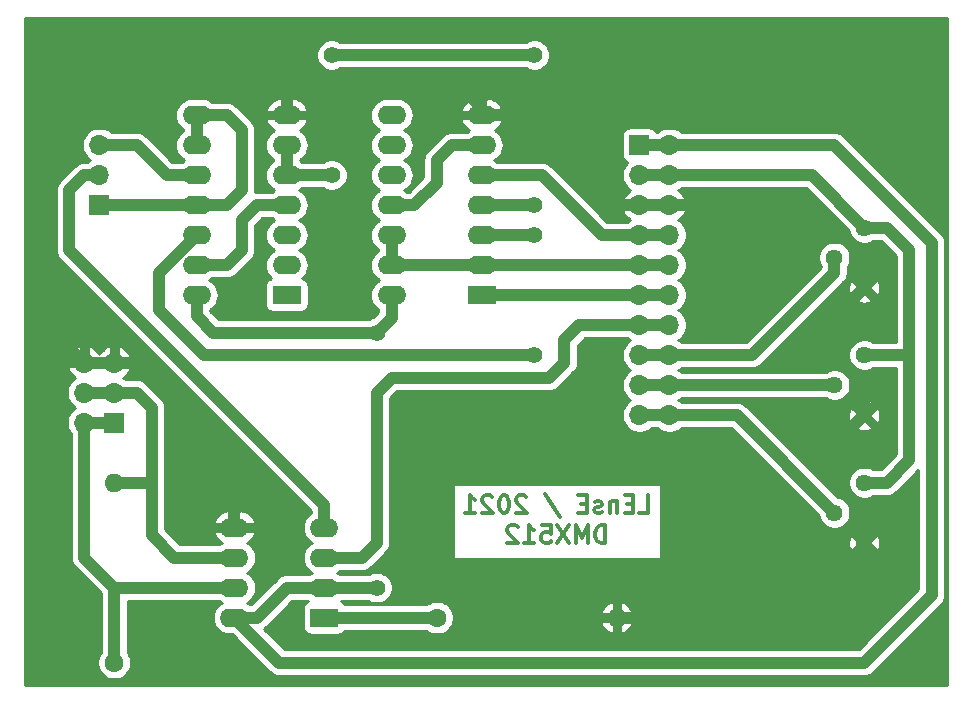
<source format=gbr>
%TF.GenerationSoftware,KiCad,Pcbnew,(5.1.6)-1*%
%TF.CreationDate,2021-02-01T21:39:40+01:00*%
%TF.ProjectId,carteDmx512,63617274-6544-46d7-9835-31322e6b6963,rev?*%
%TF.SameCoordinates,Original*%
%TF.FileFunction,Copper,L2,Bot*%
%TF.FilePolarity,Positive*%
%FSLAX46Y46*%
G04 Gerber Fmt 4.6, Leading zero omitted, Abs format (unit mm)*
G04 Created by KiCad (PCBNEW (5.1.6)-1) date 2021-02-01 21:39:40*
%MOMM*%
%LPD*%
G01*
G04 APERTURE LIST*
%TA.AperFunction,NonConductor*%
%ADD10C,0.300000*%
%TD*%
%TA.AperFunction,ComponentPad*%
%ADD11O,2.400000X1.600000*%
%TD*%
%TA.AperFunction,ComponentPad*%
%ADD12R,2.400000X1.600000*%
%TD*%
%TA.AperFunction,ComponentPad*%
%ADD13C,1.440000*%
%TD*%
%TA.AperFunction,ComponentPad*%
%ADD14O,1.600000X1.600000*%
%TD*%
%TA.AperFunction,ComponentPad*%
%ADD15C,1.600000*%
%TD*%
%TA.AperFunction,ComponentPad*%
%ADD16O,1.700000X1.700000*%
%TD*%
%TA.AperFunction,ComponentPad*%
%ADD17R,1.700000X1.700000*%
%TD*%
%TA.AperFunction,ViaPad*%
%ADD18C,1.400000*%
%TD*%
%TA.AperFunction,Conductor*%
%ADD19C,1.000000*%
%TD*%
%TA.AperFunction,Conductor*%
%ADD20C,0.254000*%
%TD*%
G04 APERTURE END LIST*
D10*
X116819285Y-161328571D02*
X117533571Y-161328571D01*
X117533571Y-159828571D01*
X116319285Y-160542857D02*
X115819285Y-160542857D01*
X115605000Y-161328571D02*
X116319285Y-161328571D01*
X116319285Y-159828571D01*
X115605000Y-159828571D01*
X114962142Y-160328571D02*
X114962142Y-161328571D01*
X114962142Y-160471428D02*
X114890714Y-160400000D01*
X114747857Y-160328571D01*
X114533571Y-160328571D01*
X114390714Y-160400000D01*
X114319285Y-160542857D01*
X114319285Y-161328571D01*
X113676428Y-161257142D02*
X113533571Y-161328571D01*
X113247857Y-161328571D01*
X113105000Y-161257142D01*
X113033571Y-161114285D01*
X113033571Y-161042857D01*
X113105000Y-160900000D01*
X113247857Y-160828571D01*
X113462142Y-160828571D01*
X113605000Y-160757142D01*
X113676428Y-160614285D01*
X113676428Y-160542857D01*
X113605000Y-160400000D01*
X113462142Y-160328571D01*
X113247857Y-160328571D01*
X113105000Y-160400000D01*
X112390714Y-160542857D02*
X111890714Y-160542857D01*
X111676428Y-161328571D02*
X112390714Y-161328571D01*
X112390714Y-159828571D01*
X111676428Y-159828571D01*
X108819285Y-159757142D02*
X110105000Y-161685714D01*
X107247857Y-159971428D02*
X107176428Y-159900000D01*
X107033571Y-159828571D01*
X106676428Y-159828571D01*
X106533571Y-159900000D01*
X106462142Y-159971428D01*
X106390714Y-160114285D01*
X106390714Y-160257142D01*
X106462142Y-160471428D01*
X107319285Y-161328571D01*
X106390714Y-161328571D01*
X105462142Y-159828571D02*
X105319285Y-159828571D01*
X105176428Y-159900000D01*
X105105000Y-159971428D01*
X105033571Y-160114285D01*
X104962142Y-160400000D01*
X104962142Y-160757142D01*
X105033571Y-161042857D01*
X105105000Y-161185714D01*
X105176428Y-161257142D01*
X105319285Y-161328571D01*
X105462142Y-161328571D01*
X105605000Y-161257142D01*
X105676428Y-161185714D01*
X105747857Y-161042857D01*
X105819285Y-160757142D01*
X105819285Y-160400000D01*
X105747857Y-160114285D01*
X105676428Y-159971428D01*
X105605000Y-159900000D01*
X105462142Y-159828571D01*
X104390714Y-159971428D02*
X104319285Y-159900000D01*
X104176428Y-159828571D01*
X103819285Y-159828571D01*
X103676428Y-159900000D01*
X103605000Y-159971428D01*
X103533571Y-160114285D01*
X103533571Y-160257142D01*
X103605000Y-160471428D01*
X104462142Y-161328571D01*
X103533571Y-161328571D01*
X102105000Y-161328571D02*
X102962142Y-161328571D01*
X102533571Y-161328571D02*
X102533571Y-159828571D01*
X102676428Y-160042857D01*
X102819285Y-160185714D01*
X102962142Y-160257142D01*
X113962142Y-163878571D02*
X113962142Y-162378571D01*
X113605000Y-162378571D01*
X113390714Y-162450000D01*
X113247857Y-162592857D01*
X113176428Y-162735714D01*
X113105000Y-163021428D01*
X113105000Y-163235714D01*
X113176428Y-163521428D01*
X113247857Y-163664285D01*
X113390714Y-163807142D01*
X113605000Y-163878571D01*
X113962142Y-163878571D01*
X112462142Y-163878571D02*
X112462142Y-162378571D01*
X111962142Y-163450000D01*
X111462142Y-162378571D01*
X111462142Y-163878571D01*
X110890714Y-162378571D02*
X109890714Y-163878571D01*
X109890714Y-162378571D02*
X110890714Y-163878571D01*
X108605000Y-162378571D02*
X109319285Y-162378571D01*
X109390714Y-163092857D01*
X109319285Y-163021428D01*
X109176428Y-162950000D01*
X108819285Y-162950000D01*
X108676428Y-163021428D01*
X108605000Y-163092857D01*
X108533571Y-163235714D01*
X108533571Y-163592857D01*
X108605000Y-163735714D01*
X108676428Y-163807142D01*
X108819285Y-163878571D01*
X109176428Y-163878571D01*
X109319285Y-163807142D01*
X109390714Y-163735714D01*
X107105000Y-163878571D02*
X107962142Y-163878571D01*
X107533571Y-163878571D02*
X107533571Y-162378571D01*
X107676428Y-162592857D01*
X107819285Y-162735714D01*
X107962142Y-162807142D01*
X106533571Y-162521428D02*
X106462142Y-162450000D01*
X106319285Y-162378571D01*
X105962142Y-162378571D01*
X105819285Y-162450000D01*
X105747857Y-162521428D01*
X105676428Y-162664285D01*
X105676428Y-162807142D01*
X105747857Y-163021428D01*
X106605000Y-163878571D01*
X105676428Y-163878571D01*
D11*
%TO.P,U3,8*%
%TO.N,5V*%
X82550000Y-170180000D03*
%TO.P,U3,4*%
%TO.N,DMX_TX*%
X90170000Y-162560000D03*
%TO.P,U3,7*%
%TO.N,Net-(J3-Pad1)*%
X82550000Y-167640000D03*
%TO.P,U3,3*%
%TO.N,enable*%
X90170000Y-165100000D03*
%TO.P,U3,6*%
%TO.N,Net-(J3-Pad3)*%
X82550000Y-165100000D03*
%TO.P,U3,2*%
%TO.N,5V*%
X90170000Y-167640000D03*
%TO.P,U3,5*%
%TO.N,GND*%
X82550000Y-162560000D03*
D12*
%TO.P,U3,1*%
%TO.N,Net-(R2-Pad1)*%
X90170000Y-170180000D03*
%TD*%
D13*
%TO.P,RV3,1*%
%TO.N,3.3V*%
X135890000Y-158750000D03*
%TO.P,RV3,2*%
%TO.N,AnInB*%
X133350000Y-161290000D03*
%TO.P,RV3,3*%
%TO.N,GND*%
X135890000Y-163830000D03*
%TD*%
%TO.P,RV2,1*%
%TO.N,3.3V*%
X135890000Y-147955000D03*
%TO.P,RV2,2*%
%TO.N,AnInG*%
X133350000Y-150495000D03*
%TO.P,RV2,3*%
%TO.N,GND*%
X135890000Y-153035000D03*
%TD*%
%TO.P,RV1,1*%
%TO.N,3.3V*%
X135890000Y-137160000D03*
%TO.P,RV1,2*%
%TO.N,AnInR*%
X133350000Y-139700000D03*
%TO.P,RV1,3*%
%TO.N,GND*%
X135890000Y-142240000D03*
%TD*%
D14*
%TO.P,R2,2*%
%TO.N,GND*%
X114935000Y-170180000D03*
D15*
%TO.P,R2,1*%
%TO.N,Net-(R2-Pad1)*%
X99695000Y-170180000D03*
%TD*%
D14*
%TO.P,R1,2*%
%TO.N,Net-(J3-Pad3)*%
X72390000Y-158750000D03*
D15*
%TO.P,R1,1*%
%TO.N,Net-(J3-Pad1)*%
X72390000Y-173990000D03*
%TD*%
D16*
%TO.P,J3,6*%
%TO.N,GND*%
X69850000Y-148590000D03*
%TO.P,J3,5*%
X72390000Y-148590000D03*
%TO.P,J3,4*%
%TO.N,Net-(J3-Pad3)*%
X69850000Y-151130000D03*
%TO.P,J3,3*%
X72390000Y-151130000D03*
%TO.P,J3,2*%
%TO.N,Net-(J3-Pad1)*%
X69850000Y-153670000D03*
D17*
%TO.P,J3,1*%
X72390000Y-153670000D03*
%TD*%
D16*
%TO.P,J2,3*%
%TO.N,Net-(J2-Pad3)*%
X71120000Y-130175000D03*
%TO.P,J2,2*%
%TO.N,DMX_TX*%
X71120000Y-132715000D03*
D17*
%TO.P,J2,1*%
%TO.N,Net-(J2-Pad1)*%
X71120000Y-135255000D03*
%TD*%
D16*
%TO.P,J1,20*%
%TO.N,AnInB*%
X119380000Y-153035000D03*
%TO.P,J1,19*%
X116840000Y-153035000D03*
%TO.P,J1,18*%
%TO.N,AnInG*%
X119380000Y-150495000D03*
%TO.P,J1,17*%
X116840000Y-150495000D03*
%TO.P,J1,16*%
%TO.N,AnInR*%
X119380000Y-147955000D03*
%TO.P,J1,15*%
X116840000Y-147955000D03*
%TO.P,J1,14*%
%TO.N,enable*%
X119380000Y-145415000D03*
%TO.P,J1,13*%
X116840000Y-145415000D03*
%TO.P,J1,12*%
%TO.N,out_s*%
X119380000Y-142875000D03*
%TO.P,J1,11*%
X116840000Y-142875000D03*
%TO.P,J1,10*%
%TO.N,start*%
X119380000Y-140335000D03*
%TO.P,J1,9*%
X116840000Y-140335000D03*
%TO.P,J1,8*%
%TO.N,TX*%
X119380000Y-137795000D03*
%TO.P,J1,7*%
X116840000Y-137795000D03*
%TO.P,J1,6*%
%TO.N,GND*%
X119380000Y-135255000D03*
%TO.P,J1,5*%
X116840000Y-135255000D03*
%TO.P,J1,4*%
%TO.N,3.3V*%
X119380000Y-132715000D03*
%TO.P,J1,3*%
X116840000Y-132715000D03*
%TO.P,J1,2*%
%TO.N,5V*%
X119380000Y-130175000D03*
D17*
%TO.P,J1,1*%
X116840000Y-130175000D03*
%TD*%
D12*
%TO.P,U1,1*%
%TO.N,out_s*%
X103505000Y-142875000D03*
D11*
%TO.P,U1,8*%
%TO.N,N/C*%
X95885000Y-127635000D03*
%TO.P,U1,2*%
%TO.N,start*%
X103505000Y-140335000D03*
%TO.P,U1,9*%
%TO.N,N/C*%
X95885000Y-130175000D03*
%TO.P,U1,3*%
%TO.N,Net-(U1-Pad3)*%
X103505000Y-137795000D03*
%TO.P,U1,10*%
%TO.N,N/C*%
X95885000Y-132715000D03*
%TO.P,U1,4*%
%TO.N,Net-(U1-Pad4)*%
X103505000Y-135255000D03*
%TO.P,U1,11*%
%TO.N,notstart*%
X95885000Y-135255000D03*
%TO.P,U1,5*%
%TO.N,TX*%
X103505000Y-132715000D03*
%TO.P,U1,12*%
%TO.N,start*%
X95885000Y-137795000D03*
%TO.P,U1,6*%
%TO.N,notstart*%
X103505000Y-130175000D03*
%TO.P,U1,13*%
%TO.N,start*%
X95885000Y-140335000D03*
%TO.P,U1,7*%
%TO.N,GND*%
X103505000Y-127635000D03*
%TO.P,U1,14*%
%TO.N,5V*%
X95885000Y-142875000D03*
%TD*%
%TO.P,U2,14*%
%TO.N,5V*%
X79375000Y-142875000D03*
%TO.P,U2,7*%
%TO.N,GND*%
X86995000Y-127635000D03*
%TO.P,U2,13*%
%TO.N,Net-(U2-Pad13)*%
X79375000Y-140335000D03*
%TO.P,U2,6*%
%TO.N,Net-(U1-Pad4)*%
X86995000Y-130175000D03*
%TO.P,U2,12*%
%TO.N,Net-(U1-Pad3)*%
X79375000Y-137795000D03*
%TO.P,U2,5*%
%TO.N,Net-(U1-Pad4)*%
X86995000Y-132715000D03*
%TO.P,U2,11*%
%TO.N,Net-(J2-Pad1)*%
X79375000Y-135255000D03*
%TO.P,U2,4*%
%TO.N,Net-(U2-Pad13)*%
X86995000Y-135255000D03*
%TO.P,U2,10*%
%TO.N,Net-(J2-Pad3)*%
X79375000Y-132715000D03*
%TO.P,U2,3*%
%TO.N,N/C*%
X86995000Y-137795000D03*
%TO.P,U2,9*%
%TO.N,Net-(J2-Pad1)*%
X79375000Y-130175000D03*
%TO.P,U2,2*%
%TO.N,N/C*%
X86995000Y-140335000D03*
%TO.P,U2,8*%
%TO.N,Net-(J2-Pad1)*%
X79375000Y-127635000D03*
D12*
%TO.P,U2,1*%
%TO.N,N/C*%
X86995000Y-142875000D03*
%TD*%
D18*
%TO.N,5V*%
X94615000Y-167640000D03*
X94615000Y-146050000D03*
%TO.N,Net-(U1-Pad3)*%
X107950000Y-137795000D03*
X107950000Y-147955000D03*
%TO.N,Net-(U1-Pad4)*%
X90805000Y-132715000D03*
X107950000Y-135255000D03*
X90805000Y-122555000D03*
X107950000Y-122555000D03*
%TD*%
D19*
%TO.N,AnInB*%
X119380000Y-153035000D02*
X116840000Y-153035000D01*
X125095000Y-153035000D02*
X119380000Y-153035000D01*
X133350000Y-161290000D02*
X125095000Y-153035000D01*
%TO.N,AnInG*%
X116840000Y-150495000D02*
X119380000Y-150495000D01*
X119380000Y-150495000D02*
X133350000Y-150495000D01*
%TO.N,AnInR*%
X116840000Y-147955000D02*
X119380000Y-147955000D01*
X133350000Y-140970000D02*
X133350000Y-139700000D01*
X119380000Y-147955000D02*
X126365000Y-147955000D01*
X126365000Y-147955000D02*
X133350000Y-140970000D01*
%TO.N,out_s*%
X119380000Y-142875000D02*
X116840000Y-142875000D01*
X103505000Y-142875000D02*
X116840000Y-142875000D01*
%TO.N,start*%
X116840000Y-140335000D02*
X119380000Y-140335000D01*
X103505000Y-140335000D02*
X95885000Y-140335000D01*
X95885000Y-137795000D02*
X95885000Y-140335000D01*
X116840000Y-140335000D02*
X103505000Y-140335000D01*
%TO.N,enable*%
X116840000Y-145415000D02*
X119380000Y-145415000D01*
X113030000Y-145415000D02*
X116840000Y-145415000D01*
X111760000Y-145415000D02*
X113030000Y-145415000D01*
X110490000Y-146685000D02*
X111760000Y-145415000D01*
X110490000Y-148590000D02*
X110490000Y-146685000D01*
X109220000Y-149860000D02*
X110490000Y-148590000D01*
X90170000Y-165100000D02*
X93345000Y-165100000D01*
X94615000Y-163830000D02*
X94615000Y-151130000D01*
X93345000Y-165100000D02*
X94615000Y-163830000D01*
X94615000Y-151130000D02*
X95885000Y-149860000D01*
X95885000Y-149860000D02*
X109220000Y-149860000D01*
%TO.N,TX*%
X116840000Y-137795000D02*
X119380000Y-137795000D01*
X108585000Y-132715000D02*
X103505000Y-132715000D01*
X116840000Y-137795000D02*
X113665000Y-137795000D01*
X113665000Y-137795000D02*
X108585000Y-132715000D01*
%TO.N,GND*%
X119380000Y-135255000D02*
X116840000Y-135255000D01*
X135890000Y-167640000D02*
X135890000Y-163830000D01*
X114935000Y-170180000D02*
X133350000Y-170180000D01*
X133350000Y-170180000D02*
X135890000Y-167640000D01*
X86995000Y-127635000D02*
X86995000Y-125095000D01*
X135890000Y-142240000D02*
X135890000Y-139700000D01*
X131445000Y-135255000D02*
X119380000Y-135255000D01*
X135890000Y-139700000D02*
X131445000Y-135255000D01*
X135890000Y-163830000D02*
X135890000Y-161290000D01*
X135890000Y-161290000D02*
X133985000Y-159385000D01*
X133985000Y-154940000D02*
X135890000Y-153035000D01*
X133985000Y-159385000D02*
X133985000Y-154940000D01*
X133985000Y-144145000D02*
X135890000Y-142240000D01*
X133985000Y-148590000D02*
X133985000Y-144145000D01*
X135890000Y-153035000D02*
X135890000Y-150495000D01*
X135890000Y-150495000D02*
X133985000Y-148590000D01*
X114300000Y-135255000D02*
X116840000Y-135255000D01*
X112395000Y-133350000D02*
X114300000Y-135255000D01*
X103505000Y-127635000D02*
X110490000Y-127635000D01*
X112395000Y-129540000D02*
X112395000Y-133350000D01*
X110490000Y-127635000D02*
X112395000Y-129540000D01*
X69215000Y-125095000D02*
X66675000Y-127635000D01*
X86995000Y-125095000D02*
X69215000Y-125095000D01*
X66675000Y-127635000D02*
X66675000Y-145415000D01*
X66675000Y-145415000D02*
X69850000Y-148590000D01*
X82550000Y-156845000D02*
X82550000Y-162560000D01*
X69850000Y-148590000D02*
X74295000Y-148590000D01*
X74295000Y-148590000D02*
X82550000Y-156845000D01*
X103505000Y-127000000D02*
X103505000Y-127635000D01*
X86995000Y-125095000D02*
X101600000Y-125095000D01*
X101600000Y-125095000D02*
X103505000Y-127000000D01*
%TO.N,3.3V*%
X119380000Y-132715000D02*
X116840000Y-132715000D01*
%TO.N,5V*%
X82550000Y-170180000D02*
X84455000Y-170180000D01*
X86995000Y-167640000D02*
X90170000Y-167640000D01*
X84455000Y-170180000D02*
X86995000Y-167640000D01*
X90170000Y-167640000D02*
X94615000Y-167640000D01*
X116840000Y-130175000D02*
X119380000Y-130175000D01*
X95885000Y-142875000D02*
X95885000Y-144780000D01*
X95885000Y-144780000D02*
X94615000Y-146050000D01*
X80750000Y-146050000D02*
X94615000Y-146050000D01*
X79375000Y-142875000D02*
X79375000Y-144675000D01*
X79375000Y-144675000D02*
X80750000Y-146050000D01*
X86360000Y-173990000D02*
X135890000Y-173990000D01*
X133350000Y-130175000D02*
X119380000Y-130175000D01*
X141605000Y-138430000D02*
X133350000Y-130175000D01*
X82550000Y-170180000D02*
X86360000Y-173990000D01*
X135890000Y-173990000D02*
X141605000Y-168275000D01*
X141605000Y-168275000D02*
X141605000Y-138430000D01*
%TO.N,3.3V*%
X135890000Y-137160000D02*
X137795000Y-137160000D01*
X137795000Y-137160000D02*
X139700000Y-139065000D01*
X139700000Y-139065000D02*
X139700000Y-147955000D01*
X139700000Y-147955000D02*
X135890000Y-147955000D01*
X135890000Y-158750000D02*
X137795000Y-158750000D01*
X137795000Y-158750000D02*
X139700000Y-156845000D01*
X139700000Y-156845000D02*
X139700000Y-148590000D01*
X139700000Y-148590000D02*
X139700000Y-147955000D01*
X131445000Y-132715000D02*
X135890000Y-137160000D01*
X119380000Y-132715000D02*
X131445000Y-132715000D01*
%TO.N,Net-(J2-Pad3)*%
X79375000Y-132715000D02*
X76835000Y-132715000D01*
X76835000Y-132715000D02*
X74295000Y-130175000D01*
X74295000Y-130175000D02*
X71120000Y-130175000D01*
%TO.N,DMX_TX*%
X90170000Y-160655000D02*
X90170000Y-162560000D01*
X68580000Y-139065000D02*
X90170000Y-160655000D01*
X68580000Y-133985000D02*
X68580000Y-139065000D01*
X71120000Y-132715000D02*
X69850000Y-132715000D01*
X69850000Y-132715000D02*
X68580000Y-133985000D01*
%TO.N,Net-(J2-Pad1)*%
X79375000Y-127635000D02*
X81915000Y-127635000D01*
X81915000Y-127635000D02*
X83185000Y-128905000D01*
X83185000Y-128905000D02*
X83185000Y-133985000D01*
X81915000Y-135255000D02*
X79375000Y-135255000D01*
X83185000Y-133985000D02*
X81915000Y-135255000D01*
X79375000Y-127635000D02*
X79375000Y-130175000D01*
X79375000Y-135255000D02*
X71120000Y-135255000D01*
%TO.N,Net-(J3-Pad3)*%
X72390000Y-158750000D02*
X75565000Y-158750000D01*
X72390000Y-151130000D02*
X69850000Y-151130000D01*
X75565000Y-152400000D02*
X75565000Y-158750000D01*
X72390000Y-151130000D02*
X74295000Y-151130000D01*
X74295000Y-151130000D02*
X75565000Y-152400000D01*
X75565000Y-163195000D02*
X75565000Y-158750000D01*
X82550000Y-165100000D02*
X77470000Y-165100000D01*
X77470000Y-165100000D02*
X75565000Y-163195000D01*
%TO.N,Net-(J3-Pad1)*%
X72390000Y-171450000D02*
X72390000Y-173990000D01*
X72390000Y-153670000D02*
X69850000Y-153670000D01*
X72390000Y-169545000D02*
X72390000Y-171450000D01*
X82550000Y-167640000D02*
X72390000Y-167640000D01*
X72390000Y-167640000D02*
X72390000Y-169545000D01*
X72390000Y-167640000D02*
X72390000Y-171450000D01*
X69850000Y-153670000D02*
X69850000Y-165100000D01*
X69850000Y-165100000D02*
X72390000Y-167640000D01*
%TO.N,Net-(R2-Pad1)*%
X99695000Y-170180000D02*
X90170000Y-170180000D01*
%TO.N,notstart*%
X95885000Y-135255000D02*
X97790000Y-135255000D01*
X97790000Y-135255000D02*
X99695000Y-133350000D01*
X99695000Y-133350000D02*
X99695000Y-131445000D01*
X100965000Y-130175000D02*
X103505000Y-130175000D01*
X99695000Y-131445000D02*
X100965000Y-130175000D01*
%TO.N,Net-(U1-Pad3)*%
X103505000Y-137795000D02*
X107950000Y-137795000D01*
X76200000Y-140970000D02*
X76200000Y-144145000D01*
X80010000Y-147955000D02*
X107950000Y-147955000D01*
X79375000Y-137795000D02*
X76200000Y-140970000D01*
X76200000Y-144145000D02*
X80010000Y-147955000D01*
%TO.N,Net-(U1-Pad4)*%
X86995000Y-130175000D02*
X86995000Y-132715000D01*
X86995000Y-132715000D02*
X90805000Y-132715000D01*
X103505000Y-135255000D02*
X107950000Y-135255000D01*
X90805000Y-122555000D02*
X91794949Y-122555000D01*
X91794949Y-122555000D02*
X107950000Y-122555000D01*
%TO.N,Net-(U2-Pad13)*%
X83185000Y-139065000D02*
X81915000Y-140335000D01*
X81915000Y-140335000D02*
X79375000Y-140335000D01*
X83185000Y-136525000D02*
X83185000Y-139065000D01*
X86995000Y-135255000D02*
X84455000Y-135255000D01*
X84455000Y-135255000D02*
X83185000Y-136525000D01*
%TD*%
D20*
%TO.N,GND*%
G36*
X142850001Y-175870000D02*
G01*
X64795000Y-175870000D01*
X64795000Y-148092015D01*
X68450988Y-148092015D01*
X68552152Y-148317000D01*
X69577000Y-148317000D01*
X69577000Y-147289049D01*
X70123000Y-147289049D01*
X70123000Y-148317000D01*
X72117000Y-148317000D01*
X72117000Y-147289049D01*
X72663000Y-147289049D01*
X72663000Y-148317000D01*
X73687848Y-148317000D01*
X73789012Y-148092015D01*
X73731388Y-147952871D01*
X73581316Y-147703421D01*
X73385462Y-147488042D01*
X73151353Y-147315011D01*
X72887986Y-147190977D01*
X72663000Y-147289049D01*
X72117000Y-147289049D01*
X71892014Y-147190977D01*
X71628647Y-147315011D01*
X71394538Y-147488042D01*
X71198684Y-147703421D01*
X71120000Y-147834210D01*
X71041316Y-147703421D01*
X70845462Y-147488042D01*
X70611353Y-147315011D01*
X70347986Y-147190977D01*
X70123000Y-147289049D01*
X69577000Y-147289049D01*
X69352014Y-147190977D01*
X69088647Y-147315011D01*
X68854538Y-147488042D01*
X68658684Y-147703421D01*
X68508612Y-147952871D01*
X68450988Y-148092015D01*
X64795000Y-148092015D01*
X64795000Y-133985000D01*
X67439509Y-133985000D01*
X67445000Y-134040752D01*
X67445001Y-139009239D01*
X67439509Y-139065000D01*
X67461423Y-139287498D01*
X67526324Y-139501446D01*
X67563960Y-139571857D01*
X67631717Y-139698623D01*
X67773552Y-139871449D01*
X67816860Y-139906991D01*
X89035000Y-161125132D01*
X89035000Y-161325736D01*
X88968899Y-161361068D01*
X88750392Y-161540392D01*
X88571068Y-161758899D01*
X88437818Y-162008192D01*
X88355764Y-162278691D01*
X88328057Y-162560000D01*
X88355764Y-162841309D01*
X88437818Y-163111808D01*
X88571068Y-163361101D01*
X88750392Y-163579608D01*
X88968899Y-163758932D01*
X89101858Y-163830000D01*
X88968899Y-163901068D01*
X88750392Y-164080392D01*
X88571068Y-164298899D01*
X88437818Y-164548192D01*
X88355764Y-164818691D01*
X88328057Y-165100000D01*
X88355764Y-165381309D01*
X88437818Y-165651808D01*
X88571068Y-165901101D01*
X88750392Y-166119608D01*
X88968899Y-166298932D01*
X89101858Y-166370000D01*
X88968899Y-166441068D01*
X88890998Y-166505000D01*
X87050741Y-166505000D01*
X86994999Y-166499510D01*
X86939257Y-166505000D01*
X86939248Y-166505000D01*
X86772501Y-166521423D01*
X86558553Y-166586324D01*
X86361377Y-166691716D01*
X86188551Y-166833551D01*
X86153009Y-166876859D01*
X83984869Y-169045000D01*
X83829002Y-169045000D01*
X83751101Y-168981068D01*
X83618142Y-168910000D01*
X83751101Y-168838932D01*
X83969608Y-168659608D01*
X84148932Y-168441101D01*
X84282182Y-168191808D01*
X84364236Y-167921309D01*
X84391943Y-167640000D01*
X84364236Y-167358691D01*
X84282182Y-167088192D01*
X84148932Y-166838899D01*
X83969608Y-166620392D01*
X83751101Y-166441068D01*
X83618142Y-166370000D01*
X83751101Y-166298932D01*
X83969608Y-166119608D01*
X84148932Y-165901101D01*
X84282182Y-165651808D01*
X84364236Y-165381309D01*
X84391943Y-165100000D01*
X84364236Y-164818691D01*
X84282182Y-164548192D01*
X84148932Y-164298899D01*
X83969608Y-164080392D01*
X83751101Y-163901068D01*
X83633093Y-163837991D01*
X83838983Y-163708791D01*
X84046019Y-163513285D01*
X84210936Y-163281145D01*
X84298741Y-163050023D01*
X84196710Y-162833000D01*
X82823000Y-162833000D01*
X82823000Y-162853000D01*
X82277000Y-162853000D01*
X82277000Y-162833000D01*
X80903290Y-162833000D01*
X80801259Y-163050023D01*
X80889064Y-163281145D01*
X81053981Y-163513285D01*
X81261017Y-163708791D01*
X81466907Y-163837991D01*
X81348899Y-163901068D01*
X81270998Y-163965000D01*
X77940132Y-163965000D01*
X76700000Y-162724869D01*
X76700000Y-162069977D01*
X80801259Y-162069977D01*
X80903290Y-162287000D01*
X82277000Y-162287000D01*
X82277000Y-161271725D01*
X82823000Y-161271725D01*
X82823000Y-162287000D01*
X84196710Y-162287000D01*
X84298741Y-162069977D01*
X84210936Y-161838855D01*
X84046019Y-161606715D01*
X83838983Y-161411209D01*
X83597783Y-161259851D01*
X83331690Y-161158457D01*
X83050928Y-161110923D01*
X82823000Y-161271725D01*
X82277000Y-161271725D01*
X82049072Y-161110923D01*
X81768310Y-161158457D01*
X81502217Y-161259851D01*
X81261017Y-161411209D01*
X81053981Y-161606715D01*
X80889064Y-161838855D01*
X80801259Y-162069977D01*
X76700000Y-162069977D01*
X76700000Y-158805752D01*
X76705491Y-158750000D01*
X76700000Y-158694248D01*
X76700000Y-152455743D01*
X76705490Y-152399999D01*
X76700000Y-152344255D01*
X76700000Y-152344248D01*
X76683577Y-152177501D01*
X76618676Y-151963553D01*
X76513284Y-151766377D01*
X76371449Y-151593551D01*
X76328140Y-151558008D01*
X75136996Y-150366865D01*
X75101449Y-150323551D01*
X74928623Y-150181716D01*
X74731447Y-150076324D01*
X74517499Y-150011423D01*
X74350752Y-149995000D01*
X74350751Y-149995000D01*
X74295000Y-149989509D01*
X74239249Y-149995000D01*
X73355107Y-149995000D01*
X73336632Y-149976525D01*
X73160067Y-149858548D01*
X73385462Y-149691958D01*
X73581316Y-149476579D01*
X73731388Y-149227129D01*
X73789012Y-149087985D01*
X73687848Y-148863000D01*
X72663000Y-148863000D01*
X72663000Y-148883000D01*
X72117000Y-148883000D01*
X72117000Y-148863000D01*
X70123000Y-148863000D01*
X70123000Y-148883000D01*
X69577000Y-148883000D01*
X69577000Y-148863000D01*
X68552152Y-148863000D01*
X68450988Y-149087985D01*
X68508612Y-149227129D01*
X68658684Y-149476579D01*
X68854538Y-149691958D01*
X69079933Y-149858548D01*
X68903368Y-149976525D01*
X68696525Y-150183368D01*
X68534010Y-150426589D01*
X68422068Y-150696842D01*
X68365000Y-150983740D01*
X68365000Y-151276260D01*
X68422068Y-151563158D01*
X68534010Y-151833411D01*
X68696525Y-152076632D01*
X68903368Y-152283475D01*
X69077760Y-152400000D01*
X68903368Y-152516525D01*
X68696525Y-152723368D01*
X68534010Y-152966589D01*
X68422068Y-153236842D01*
X68365000Y-153523740D01*
X68365000Y-153816260D01*
X68422068Y-154103158D01*
X68534010Y-154373411D01*
X68696525Y-154616632D01*
X68715000Y-154635107D01*
X68715001Y-165044239D01*
X68709509Y-165100000D01*
X68731423Y-165322498D01*
X68796324Y-165536446D01*
X68796325Y-165536447D01*
X68901717Y-165733623D01*
X69043552Y-165906449D01*
X69086860Y-165941991D01*
X71255000Y-168110132D01*
X71255000Y-169489249D01*
X71255001Y-171394239D01*
X71255000Y-171394249D01*
X71255001Y-173105715D01*
X71118320Y-173310273D01*
X71010147Y-173571426D01*
X70955000Y-173848665D01*
X70955000Y-174131335D01*
X71010147Y-174408574D01*
X71118320Y-174669727D01*
X71275363Y-174904759D01*
X71475241Y-175104637D01*
X71710273Y-175261680D01*
X71971426Y-175369853D01*
X72248665Y-175425000D01*
X72531335Y-175425000D01*
X72808574Y-175369853D01*
X73069727Y-175261680D01*
X73304759Y-175104637D01*
X73504637Y-174904759D01*
X73661680Y-174669727D01*
X73769853Y-174408574D01*
X73825000Y-174131335D01*
X73825000Y-173848665D01*
X73769853Y-173571426D01*
X73661680Y-173310273D01*
X73525000Y-173105716D01*
X73525000Y-168775000D01*
X81270998Y-168775000D01*
X81348899Y-168838932D01*
X81481858Y-168910000D01*
X81348899Y-168981068D01*
X81130392Y-169160392D01*
X80951068Y-169378899D01*
X80817818Y-169628192D01*
X80735764Y-169898691D01*
X80708057Y-170180000D01*
X80735764Y-170461309D01*
X80817818Y-170731808D01*
X80951068Y-170981101D01*
X81130392Y-171199608D01*
X81348899Y-171378932D01*
X81598192Y-171512182D01*
X81868691Y-171594236D01*
X82079508Y-171615000D01*
X82379869Y-171615000D01*
X85518013Y-174753146D01*
X85553551Y-174796449D01*
X85596854Y-174831987D01*
X85596856Y-174831989D01*
X85726377Y-174938284D01*
X85923553Y-175043676D01*
X86137501Y-175108577D01*
X86360000Y-175130491D01*
X86415752Y-175125000D01*
X135834249Y-175125000D01*
X135890000Y-175130491D01*
X135945751Y-175125000D01*
X135945752Y-175125000D01*
X136112499Y-175108577D01*
X136326447Y-175043676D01*
X136523623Y-174938284D01*
X136696449Y-174796449D01*
X136731996Y-174753135D01*
X142368146Y-169116987D01*
X142411449Y-169081449D01*
X142457361Y-169025506D01*
X142553284Y-168908623D01*
X142658676Y-168711447D01*
X142723577Y-168497499D01*
X142745491Y-168275000D01*
X142740000Y-168219248D01*
X142740000Y-138485751D01*
X142745491Y-138430000D01*
X142723577Y-138207501D01*
X142658676Y-137993553D01*
X142644188Y-137966448D01*
X142553284Y-137796377D01*
X142411449Y-137623551D01*
X142368141Y-137588009D01*
X134191996Y-129411865D01*
X134156449Y-129368551D01*
X133983623Y-129226716D01*
X133786447Y-129121324D01*
X133572499Y-129056423D01*
X133405752Y-129040000D01*
X133405751Y-129040000D01*
X133350000Y-129034509D01*
X133294249Y-129040000D01*
X120345107Y-129040000D01*
X120326632Y-129021525D01*
X120083411Y-128859010D01*
X119813158Y-128747068D01*
X119526260Y-128690000D01*
X119233740Y-128690000D01*
X118946842Y-128747068D01*
X118676589Y-128859010D01*
X118433368Y-129021525D01*
X118414893Y-129040000D01*
X118257683Y-129040000D01*
X118220537Y-128970506D01*
X118141185Y-128873815D01*
X118044494Y-128794463D01*
X117934180Y-128735498D01*
X117814482Y-128699188D01*
X117690000Y-128686928D01*
X115990000Y-128686928D01*
X115865518Y-128699188D01*
X115745820Y-128735498D01*
X115635506Y-128794463D01*
X115538815Y-128873815D01*
X115459463Y-128970506D01*
X115400498Y-129080820D01*
X115364188Y-129200518D01*
X115351928Y-129325000D01*
X115351928Y-131025000D01*
X115364188Y-131149482D01*
X115400498Y-131269180D01*
X115459463Y-131379494D01*
X115538815Y-131476185D01*
X115635506Y-131555537D01*
X115745820Y-131614502D01*
X115818380Y-131636513D01*
X115686525Y-131768368D01*
X115524010Y-132011589D01*
X115412068Y-132281842D01*
X115355000Y-132568740D01*
X115355000Y-132861260D01*
X115412068Y-133148158D01*
X115524010Y-133418411D01*
X115686525Y-133661632D01*
X115893368Y-133868475D01*
X116069933Y-133986452D01*
X115844538Y-134153042D01*
X115648684Y-134368421D01*
X115498612Y-134617871D01*
X115440988Y-134757015D01*
X115542152Y-134982000D01*
X116567000Y-134982000D01*
X116567000Y-134962000D01*
X117113000Y-134962000D01*
X117113000Y-134982000D01*
X119107000Y-134982000D01*
X119107000Y-134962000D01*
X119653000Y-134962000D01*
X119653000Y-134982000D01*
X120677848Y-134982000D01*
X120779012Y-134757015D01*
X120721388Y-134617871D01*
X120571316Y-134368421D01*
X120375462Y-134153042D01*
X120150067Y-133986452D01*
X120326632Y-133868475D01*
X120345107Y-133850000D01*
X130974869Y-133850000D01*
X134563971Y-137439103D01*
X134587072Y-137555239D01*
X134689215Y-137801833D01*
X134837503Y-138023762D01*
X135026238Y-138212497D01*
X135248167Y-138360785D01*
X135494761Y-138462928D01*
X135756544Y-138515000D01*
X136023456Y-138515000D01*
X136285239Y-138462928D01*
X136531833Y-138360785D01*
X136630287Y-138295000D01*
X137324869Y-138295000D01*
X138565000Y-139535132D01*
X138565001Y-146820000D01*
X136630287Y-146820000D01*
X136531833Y-146754215D01*
X136285239Y-146652072D01*
X136023456Y-146600000D01*
X135756544Y-146600000D01*
X135494761Y-146652072D01*
X135248167Y-146754215D01*
X135026238Y-146902503D01*
X134837503Y-147091238D01*
X134689215Y-147313167D01*
X134587072Y-147559761D01*
X134535000Y-147821544D01*
X134535000Y-148088456D01*
X134587072Y-148350239D01*
X134689215Y-148596833D01*
X134837503Y-148818762D01*
X135026238Y-149007497D01*
X135248167Y-149155785D01*
X135494761Y-149257928D01*
X135756544Y-149310000D01*
X136023456Y-149310000D01*
X136285239Y-149257928D01*
X136531833Y-149155785D01*
X136630287Y-149090000D01*
X138565001Y-149090000D01*
X138565000Y-156374868D01*
X137324869Y-157615000D01*
X136630287Y-157615000D01*
X136531833Y-157549215D01*
X136285239Y-157447072D01*
X136023456Y-157395000D01*
X135756544Y-157395000D01*
X135494761Y-157447072D01*
X135248167Y-157549215D01*
X135026238Y-157697503D01*
X134837503Y-157886238D01*
X134689215Y-158108167D01*
X134587072Y-158354761D01*
X134535000Y-158616544D01*
X134535000Y-158883456D01*
X134587072Y-159145239D01*
X134689215Y-159391833D01*
X134837503Y-159613762D01*
X135026238Y-159802497D01*
X135248167Y-159950785D01*
X135494761Y-160052928D01*
X135756544Y-160105000D01*
X136023456Y-160105000D01*
X136285239Y-160052928D01*
X136531833Y-159950785D01*
X136630287Y-159885000D01*
X137739249Y-159885000D01*
X137795000Y-159890491D01*
X137850751Y-159885000D01*
X137850752Y-159885000D01*
X138017499Y-159868577D01*
X138231447Y-159803676D01*
X138428623Y-159698284D01*
X138601449Y-159556449D01*
X138636996Y-159513135D01*
X140463141Y-157686991D01*
X140470000Y-157681362D01*
X140470000Y-167804867D01*
X135419869Y-172855000D01*
X86830133Y-172855000D01*
X85096748Y-171121616D01*
X85261449Y-170986449D01*
X85296996Y-170943135D01*
X87465132Y-168775000D01*
X88776910Y-168775000D01*
X88725820Y-168790498D01*
X88615506Y-168849463D01*
X88518815Y-168928815D01*
X88439463Y-169025506D01*
X88380498Y-169135820D01*
X88344188Y-169255518D01*
X88331928Y-169380000D01*
X88331928Y-170980000D01*
X88344188Y-171104482D01*
X88380498Y-171224180D01*
X88439463Y-171334494D01*
X88518815Y-171431185D01*
X88615506Y-171510537D01*
X88725820Y-171569502D01*
X88845518Y-171605812D01*
X88970000Y-171618072D01*
X91370000Y-171618072D01*
X91494482Y-171605812D01*
X91614180Y-171569502D01*
X91724494Y-171510537D01*
X91821185Y-171431185D01*
X91900537Y-171334494D01*
X91910957Y-171315000D01*
X98810716Y-171315000D01*
X99015273Y-171451680D01*
X99276426Y-171559853D01*
X99553665Y-171615000D01*
X99836335Y-171615000D01*
X100113574Y-171559853D01*
X100374727Y-171451680D01*
X100609759Y-171294637D01*
X100809637Y-171094759D01*
X100966680Y-170859727D01*
X101045257Y-170670023D01*
X113586259Y-170670023D01*
X113634790Y-170787212D01*
X113778234Y-171029203D01*
X113966132Y-171238560D01*
X114191263Y-171407237D01*
X114444976Y-171528752D01*
X114662000Y-171430053D01*
X114662000Y-170453000D01*
X115208000Y-170453000D01*
X115208000Y-171430053D01*
X115425024Y-171528752D01*
X115678737Y-171407237D01*
X115903868Y-171238560D01*
X116091766Y-171029203D01*
X116235210Y-170787212D01*
X116283741Y-170670023D01*
X116181710Y-170453000D01*
X115208000Y-170453000D01*
X114662000Y-170453000D01*
X113688290Y-170453000D01*
X113586259Y-170670023D01*
X101045257Y-170670023D01*
X101074853Y-170598574D01*
X101130000Y-170321335D01*
X101130000Y-170038665D01*
X101074853Y-169761426D01*
X101045258Y-169689977D01*
X113586259Y-169689977D01*
X113688290Y-169907000D01*
X114662000Y-169907000D01*
X114662000Y-168929947D01*
X115208000Y-168929947D01*
X115208000Y-169907000D01*
X116181710Y-169907000D01*
X116283741Y-169689977D01*
X116235210Y-169572788D01*
X116091766Y-169330797D01*
X115903868Y-169121440D01*
X115678737Y-168952763D01*
X115425024Y-168831248D01*
X115208000Y-168929947D01*
X114662000Y-168929947D01*
X114444976Y-168831248D01*
X114191263Y-168952763D01*
X113966132Y-169121440D01*
X113778234Y-169330797D01*
X113634790Y-169572788D01*
X113586259Y-169689977D01*
X101045258Y-169689977D01*
X100966680Y-169500273D01*
X100809637Y-169265241D01*
X100609759Y-169065363D01*
X100374727Y-168908320D01*
X100113574Y-168800147D01*
X99836335Y-168745000D01*
X99553665Y-168745000D01*
X99276426Y-168800147D01*
X99015273Y-168908320D01*
X98810716Y-169045000D01*
X91910957Y-169045000D01*
X91900537Y-169025506D01*
X91821185Y-168928815D01*
X91724494Y-168849463D01*
X91614180Y-168790498D01*
X91563090Y-168775000D01*
X93910712Y-168775000D01*
X93982641Y-168823061D01*
X94225595Y-168923696D01*
X94483514Y-168975000D01*
X94746486Y-168975000D01*
X95004405Y-168923696D01*
X95247359Y-168823061D01*
X95466013Y-168676962D01*
X95651962Y-168491013D01*
X95798061Y-168272359D01*
X95898696Y-168029405D01*
X95950000Y-167771486D01*
X95950000Y-167508514D01*
X95898696Y-167250595D01*
X95798061Y-167007641D01*
X95651962Y-166788987D01*
X95466013Y-166603038D01*
X95247359Y-166456939D01*
X95004405Y-166356304D01*
X94746486Y-166305000D01*
X94483514Y-166305000D01*
X94225595Y-166356304D01*
X93982641Y-166456939D01*
X93910712Y-166505000D01*
X91449002Y-166505000D01*
X91371101Y-166441068D01*
X91238142Y-166370000D01*
X91371101Y-166298932D01*
X91449002Y-166235000D01*
X93289249Y-166235000D01*
X93345000Y-166240491D01*
X93400751Y-166235000D01*
X93400752Y-166235000D01*
X93567499Y-166218577D01*
X93781447Y-166153676D01*
X93978623Y-166048284D01*
X94151449Y-165906449D01*
X94186996Y-165863135D01*
X95378140Y-164671992D01*
X95421449Y-164636449D01*
X95563284Y-164463623D01*
X95668676Y-164266447D01*
X95733577Y-164052499D01*
X95750000Y-163885752D01*
X95750000Y-163885745D01*
X95755490Y-163830001D01*
X95750000Y-163774257D01*
X95750000Y-158860000D01*
X101034286Y-158860000D01*
X101034286Y-165230000D01*
X118675715Y-165230000D01*
X118675715Y-164851356D01*
X135254725Y-164851356D01*
X135326811Y-165069618D01*
X135579471Y-165155672D01*
X135844063Y-165190781D01*
X136110421Y-165173596D01*
X136368308Y-165104778D01*
X136453189Y-165069618D01*
X136525275Y-164851356D01*
X135890000Y-164216080D01*
X135254725Y-164851356D01*
X118675715Y-164851356D01*
X118675715Y-163784063D01*
X134529219Y-163784063D01*
X134546404Y-164050421D01*
X134615222Y-164308308D01*
X134650382Y-164393189D01*
X134868644Y-164465275D01*
X135503920Y-163830000D01*
X136276080Y-163830000D01*
X136911356Y-164465275D01*
X137129618Y-164393189D01*
X137215672Y-164140529D01*
X137250781Y-163875937D01*
X137233596Y-163609579D01*
X137164778Y-163351692D01*
X137129618Y-163266811D01*
X136911356Y-163194725D01*
X136276080Y-163830000D01*
X135503920Y-163830000D01*
X134868644Y-163194725D01*
X134650382Y-163266811D01*
X134564328Y-163519471D01*
X134529219Y-163784063D01*
X118675715Y-163784063D01*
X118675715Y-162808644D01*
X135254725Y-162808644D01*
X135890000Y-163443920D01*
X136525275Y-162808644D01*
X136453189Y-162590382D01*
X136200529Y-162504328D01*
X135935937Y-162469219D01*
X135669579Y-162486404D01*
X135411692Y-162555222D01*
X135326811Y-162590382D01*
X135254725Y-162808644D01*
X118675715Y-162808644D01*
X118675715Y-158860000D01*
X101034286Y-158860000D01*
X95750000Y-158860000D01*
X95750000Y-151600131D01*
X96355132Y-150995000D01*
X109164249Y-150995000D01*
X109220000Y-151000491D01*
X109275751Y-150995000D01*
X109275752Y-150995000D01*
X109442499Y-150978577D01*
X109656447Y-150913676D01*
X109853623Y-150808284D01*
X110026449Y-150666449D01*
X110061996Y-150623135D01*
X111253140Y-149431992D01*
X111296449Y-149396449D01*
X111438284Y-149223623D01*
X111543676Y-149026447D01*
X111608577Y-148812499D01*
X111625000Y-148645752D01*
X111625000Y-148645745D01*
X111630490Y-148590001D01*
X111625000Y-148534257D01*
X111625000Y-147155131D01*
X112230132Y-146550000D01*
X115874893Y-146550000D01*
X115893368Y-146568475D01*
X116067760Y-146685000D01*
X115893368Y-146801525D01*
X115686525Y-147008368D01*
X115524010Y-147251589D01*
X115412068Y-147521842D01*
X115355000Y-147808740D01*
X115355000Y-148101260D01*
X115412068Y-148388158D01*
X115524010Y-148658411D01*
X115686525Y-148901632D01*
X115893368Y-149108475D01*
X116067760Y-149225000D01*
X115893368Y-149341525D01*
X115686525Y-149548368D01*
X115524010Y-149791589D01*
X115412068Y-150061842D01*
X115355000Y-150348740D01*
X115355000Y-150641260D01*
X115412068Y-150928158D01*
X115524010Y-151198411D01*
X115686525Y-151441632D01*
X115893368Y-151648475D01*
X116067760Y-151765000D01*
X115893368Y-151881525D01*
X115686525Y-152088368D01*
X115524010Y-152331589D01*
X115412068Y-152601842D01*
X115355000Y-152888740D01*
X115355000Y-153181260D01*
X115412068Y-153468158D01*
X115524010Y-153738411D01*
X115686525Y-153981632D01*
X115893368Y-154188475D01*
X116136589Y-154350990D01*
X116406842Y-154462932D01*
X116693740Y-154520000D01*
X116986260Y-154520000D01*
X117273158Y-154462932D01*
X117543411Y-154350990D01*
X117786632Y-154188475D01*
X117805107Y-154170000D01*
X118414893Y-154170000D01*
X118433368Y-154188475D01*
X118676589Y-154350990D01*
X118946842Y-154462932D01*
X119233740Y-154520000D01*
X119526260Y-154520000D01*
X119813158Y-154462932D01*
X120083411Y-154350990D01*
X120326632Y-154188475D01*
X120345107Y-154170000D01*
X124624869Y-154170000D01*
X132023971Y-161569103D01*
X132047072Y-161685239D01*
X132149215Y-161931833D01*
X132297503Y-162153762D01*
X132486238Y-162342497D01*
X132708167Y-162490785D01*
X132954761Y-162592928D01*
X133216544Y-162645000D01*
X133483456Y-162645000D01*
X133745239Y-162592928D01*
X133991833Y-162490785D01*
X134213762Y-162342497D01*
X134402497Y-162153762D01*
X134550785Y-161931833D01*
X134652928Y-161685239D01*
X134705000Y-161423456D01*
X134705000Y-161156544D01*
X134652928Y-160894761D01*
X134550785Y-160648167D01*
X134402497Y-160426238D01*
X134213762Y-160237503D01*
X133991833Y-160089215D01*
X133745239Y-159987072D01*
X133629103Y-159963971D01*
X127721488Y-154056356D01*
X135254725Y-154056356D01*
X135326811Y-154274618D01*
X135579471Y-154360672D01*
X135844063Y-154395781D01*
X136110421Y-154378596D01*
X136368308Y-154309778D01*
X136453189Y-154274618D01*
X136525275Y-154056356D01*
X135890000Y-153421080D01*
X135254725Y-154056356D01*
X127721488Y-154056356D01*
X126654195Y-152989063D01*
X134529219Y-152989063D01*
X134546404Y-153255421D01*
X134615222Y-153513308D01*
X134650382Y-153598189D01*
X134868644Y-153670275D01*
X135503920Y-153035000D01*
X136276080Y-153035000D01*
X136911356Y-153670275D01*
X137129618Y-153598189D01*
X137215672Y-153345529D01*
X137250781Y-153080937D01*
X137233596Y-152814579D01*
X137164778Y-152556692D01*
X137129618Y-152471811D01*
X136911356Y-152399725D01*
X136276080Y-153035000D01*
X135503920Y-153035000D01*
X134868644Y-152399725D01*
X134650382Y-152471811D01*
X134564328Y-152724471D01*
X134529219Y-152989063D01*
X126654195Y-152989063D01*
X125936996Y-152271865D01*
X125901449Y-152228551D01*
X125728623Y-152086716D01*
X125591914Y-152013644D01*
X135254725Y-152013644D01*
X135890000Y-152648920D01*
X136525275Y-152013644D01*
X136453189Y-151795382D01*
X136200529Y-151709328D01*
X135935937Y-151674219D01*
X135669579Y-151691404D01*
X135411692Y-151760222D01*
X135326811Y-151795382D01*
X135254725Y-152013644D01*
X125591914Y-152013644D01*
X125531447Y-151981324D01*
X125317499Y-151916423D01*
X125150752Y-151900000D01*
X125150751Y-151900000D01*
X125095000Y-151894509D01*
X125039249Y-151900000D01*
X120345107Y-151900000D01*
X120326632Y-151881525D01*
X120152240Y-151765000D01*
X120326632Y-151648475D01*
X120345107Y-151630000D01*
X132609713Y-151630000D01*
X132708167Y-151695785D01*
X132954761Y-151797928D01*
X133216544Y-151850000D01*
X133483456Y-151850000D01*
X133745239Y-151797928D01*
X133991833Y-151695785D01*
X134213762Y-151547497D01*
X134402497Y-151358762D01*
X134550785Y-151136833D01*
X134652928Y-150890239D01*
X134705000Y-150628456D01*
X134705000Y-150361544D01*
X134652928Y-150099761D01*
X134550785Y-149853167D01*
X134402497Y-149631238D01*
X134213762Y-149442503D01*
X133991833Y-149294215D01*
X133745239Y-149192072D01*
X133483456Y-149140000D01*
X133216544Y-149140000D01*
X132954761Y-149192072D01*
X132708167Y-149294215D01*
X132609713Y-149360000D01*
X120345107Y-149360000D01*
X120326632Y-149341525D01*
X120152240Y-149225000D01*
X120326632Y-149108475D01*
X120345107Y-149090000D01*
X126309249Y-149090000D01*
X126365000Y-149095491D01*
X126420751Y-149090000D01*
X126420752Y-149090000D01*
X126587499Y-149073577D01*
X126801447Y-149008676D01*
X126998623Y-148903284D01*
X127171449Y-148761449D01*
X127206996Y-148718135D01*
X132663775Y-143261356D01*
X135254725Y-143261356D01*
X135326811Y-143479618D01*
X135579471Y-143565672D01*
X135844063Y-143600781D01*
X136110421Y-143583596D01*
X136368308Y-143514778D01*
X136453189Y-143479618D01*
X136525275Y-143261356D01*
X135890000Y-142626080D01*
X135254725Y-143261356D01*
X132663775Y-143261356D01*
X133731069Y-142194063D01*
X134529219Y-142194063D01*
X134546404Y-142460421D01*
X134615222Y-142718308D01*
X134650382Y-142803189D01*
X134868644Y-142875275D01*
X135503920Y-142240000D01*
X136276080Y-142240000D01*
X136911356Y-142875275D01*
X137129618Y-142803189D01*
X137215672Y-142550529D01*
X137250781Y-142285937D01*
X137233596Y-142019579D01*
X137164778Y-141761692D01*
X137129618Y-141676811D01*
X136911356Y-141604725D01*
X136276080Y-142240000D01*
X135503920Y-142240000D01*
X134868644Y-141604725D01*
X134650382Y-141676811D01*
X134564328Y-141929471D01*
X134529219Y-142194063D01*
X133731069Y-142194063D01*
X134113146Y-141811987D01*
X134156449Y-141776449D01*
X134202361Y-141720506D01*
X134298284Y-141603623D01*
X134403676Y-141406447D01*
X134460645Y-141218644D01*
X135254725Y-141218644D01*
X135890000Y-141853920D01*
X136525275Y-141218644D01*
X136453189Y-141000382D01*
X136200529Y-140914328D01*
X135935937Y-140879219D01*
X135669579Y-140896404D01*
X135411692Y-140965222D01*
X135326811Y-141000382D01*
X135254725Y-141218644D01*
X134460645Y-141218644D01*
X134468577Y-141192499D01*
X134490491Y-140970000D01*
X134485000Y-140914248D01*
X134485000Y-140440287D01*
X134550785Y-140341833D01*
X134652928Y-140095239D01*
X134705000Y-139833456D01*
X134705000Y-139566544D01*
X134652928Y-139304761D01*
X134550785Y-139058167D01*
X134402497Y-138836238D01*
X134213762Y-138647503D01*
X133991833Y-138499215D01*
X133745239Y-138397072D01*
X133483456Y-138345000D01*
X133216544Y-138345000D01*
X132954761Y-138397072D01*
X132708167Y-138499215D01*
X132486238Y-138647503D01*
X132297503Y-138836238D01*
X132149215Y-139058167D01*
X132047072Y-139304761D01*
X131995000Y-139566544D01*
X131995000Y-139833456D01*
X132047072Y-140095239D01*
X132149215Y-140341833D01*
X132215000Y-140440287D01*
X132215000Y-140499867D01*
X125894869Y-146820000D01*
X120345107Y-146820000D01*
X120326632Y-146801525D01*
X120152240Y-146685000D01*
X120326632Y-146568475D01*
X120533475Y-146361632D01*
X120695990Y-146118411D01*
X120807932Y-145848158D01*
X120865000Y-145561260D01*
X120865000Y-145268740D01*
X120807932Y-144981842D01*
X120695990Y-144711589D01*
X120533475Y-144468368D01*
X120326632Y-144261525D01*
X120152240Y-144145000D01*
X120326632Y-144028475D01*
X120533475Y-143821632D01*
X120695990Y-143578411D01*
X120807932Y-143308158D01*
X120865000Y-143021260D01*
X120865000Y-142728740D01*
X120807932Y-142441842D01*
X120695990Y-142171589D01*
X120533475Y-141928368D01*
X120326632Y-141721525D01*
X120152240Y-141605000D01*
X120326632Y-141488475D01*
X120533475Y-141281632D01*
X120695990Y-141038411D01*
X120807932Y-140768158D01*
X120865000Y-140481260D01*
X120865000Y-140188740D01*
X120807932Y-139901842D01*
X120695990Y-139631589D01*
X120533475Y-139388368D01*
X120326632Y-139181525D01*
X120152240Y-139065000D01*
X120326632Y-138948475D01*
X120533475Y-138741632D01*
X120695990Y-138498411D01*
X120807932Y-138228158D01*
X120865000Y-137941260D01*
X120865000Y-137648740D01*
X120807932Y-137361842D01*
X120695990Y-137091589D01*
X120533475Y-136848368D01*
X120326632Y-136641525D01*
X120150067Y-136523548D01*
X120375462Y-136356958D01*
X120571316Y-136141579D01*
X120721388Y-135892129D01*
X120779012Y-135752985D01*
X120677848Y-135528000D01*
X119653000Y-135528000D01*
X119653000Y-135548000D01*
X119107000Y-135548000D01*
X119107000Y-135528000D01*
X117113000Y-135528000D01*
X117113000Y-135548000D01*
X116567000Y-135548000D01*
X116567000Y-135528000D01*
X115542152Y-135528000D01*
X115440988Y-135752985D01*
X115498612Y-135892129D01*
X115648684Y-136141579D01*
X115844538Y-136356958D01*
X116069933Y-136523548D01*
X115893368Y-136641525D01*
X115874893Y-136660000D01*
X114135132Y-136660000D01*
X109426996Y-131951865D01*
X109391449Y-131908551D01*
X109218623Y-131766716D01*
X109021447Y-131661324D01*
X108807499Y-131596423D01*
X108640752Y-131580000D01*
X108640751Y-131580000D01*
X108585000Y-131574509D01*
X108529249Y-131580000D01*
X104784002Y-131580000D01*
X104706101Y-131516068D01*
X104573142Y-131445000D01*
X104706101Y-131373932D01*
X104924608Y-131194608D01*
X105103932Y-130976101D01*
X105237182Y-130726808D01*
X105319236Y-130456309D01*
X105346943Y-130175000D01*
X105319236Y-129893691D01*
X105237182Y-129623192D01*
X105103932Y-129373899D01*
X104924608Y-129155392D01*
X104706101Y-128976068D01*
X104588093Y-128912991D01*
X104793983Y-128783791D01*
X105001019Y-128588285D01*
X105165936Y-128356145D01*
X105253741Y-128125023D01*
X105151710Y-127908000D01*
X103778000Y-127908000D01*
X103778000Y-127928000D01*
X103232000Y-127928000D01*
X103232000Y-127908000D01*
X101858290Y-127908000D01*
X101756259Y-128125023D01*
X101844064Y-128356145D01*
X102008981Y-128588285D01*
X102216017Y-128783791D01*
X102421907Y-128912991D01*
X102303899Y-128976068D01*
X102225998Y-129040000D01*
X101020743Y-129040000D01*
X100964999Y-129034510D01*
X100909255Y-129040000D01*
X100909248Y-129040000D01*
X100763493Y-129054356D01*
X100742500Y-129056423D01*
X100697744Y-129070000D01*
X100528553Y-129121324D01*
X100331377Y-129226716D01*
X100158551Y-129368551D01*
X100123008Y-129411860D01*
X98931860Y-130603009D01*
X98888552Y-130638551D01*
X98746717Y-130811377D01*
X98710887Y-130878411D01*
X98641324Y-131008554D01*
X98576423Y-131222502D01*
X98554509Y-131445000D01*
X98560001Y-131500761D01*
X98560000Y-132879868D01*
X97319869Y-134120000D01*
X97164002Y-134120000D01*
X97086101Y-134056068D01*
X96953142Y-133985000D01*
X97086101Y-133913932D01*
X97304608Y-133734608D01*
X97483932Y-133516101D01*
X97617182Y-133266808D01*
X97699236Y-132996309D01*
X97726943Y-132715000D01*
X97699236Y-132433691D01*
X97617182Y-132163192D01*
X97483932Y-131913899D01*
X97304608Y-131695392D01*
X97086101Y-131516068D01*
X96953142Y-131445000D01*
X97086101Y-131373932D01*
X97304608Y-131194608D01*
X97483932Y-130976101D01*
X97617182Y-130726808D01*
X97699236Y-130456309D01*
X97726943Y-130175000D01*
X97699236Y-129893691D01*
X97617182Y-129623192D01*
X97483932Y-129373899D01*
X97304608Y-129155392D01*
X97086101Y-128976068D01*
X96953142Y-128905000D01*
X97086101Y-128833932D01*
X97304608Y-128654608D01*
X97483932Y-128436101D01*
X97617182Y-128186808D01*
X97699236Y-127916309D01*
X97726943Y-127635000D01*
X97699236Y-127353691D01*
X97635925Y-127144977D01*
X101756259Y-127144977D01*
X101858290Y-127362000D01*
X103232000Y-127362000D01*
X103232000Y-126346725D01*
X103778000Y-126346725D01*
X103778000Y-127362000D01*
X105151710Y-127362000D01*
X105253741Y-127144977D01*
X105165936Y-126913855D01*
X105001019Y-126681715D01*
X104793983Y-126486209D01*
X104552783Y-126334851D01*
X104286690Y-126233457D01*
X104005928Y-126185923D01*
X103778000Y-126346725D01*
X103232000Y-126346725D01*
X103004072Y-126185923D01*
X102723310Y-126233457D01*
X102457217Y-126334851D01*
X102216017Y-126486209D01*
X102008981Y-126681715D01*
X101844064Y-126913855D01*
X101756259Y-127144977D01*
X97635925Y-127144977D01*
X97617182Y-127083192D01*
X97483932Y-126833899D01*
X97304608Y-126615392D01*
X97086101Y-126436068D01*
X96836808Y-126302818D01*
X96566309Y-126220764D01*
X96355492Y-126200000D01*
X95414508Y-126200000D01*
X95203691Y-126220764D01*
X94933192Y-126302818D01*
X94683899Y-126436068D01*
X94465392Y-126615392D01*
X94286068Y-126833899D01*
X94152818Y-127083192D01*
X94070764Y-127353691D01*
X94043057Y-127635000D01*
X94070764Y-127916309D01*
X94152818Y-128186808D01*
X94286068Y-128436101D01*
X94465392Y-128654608D01*
X94683899Y-128833932D01*
X94816858Y-128905000D01*
X94683899Y-128976068D01*
X94465392Y-129155392D01*
X94286068Y-129373899D01*
X94152818Y-129623192D01*
X94070764Y-129893691D01*
X94043057Y-130175000D01*
X94070764Y-130456309D01*
X94152818Y-130726808D01*
X94286068Y-130976101D01*
X94465392Y-131194608D01*
X94683899Y-131373932D01*
X94816858Y-131445000D01*
X94683899Y-131516068D01*
X94465392Y-131695392D01*
X94286068Y-131913899D01*
X94152818Y-132163192D01*
X94070764Y-132433691D01*
X94043057Y-132715000D01*
X94070764Y-132996309D01*
X94152818Y-133266808D01*
X94286068Y-133516101D01*
X94465392Y-133734608D01*
X94683899Y-133913932D01*
X94816858Y-133985000D01*
X94683899Y-134056068D01*
X94465392Y-134235392D01*
X94286068Y-134453899D01*
X94152818Y-134703192D01*
X94070764Y-134973691D01*
X94043057Y-135255000D01*
X94070764Y-135536309D01*
X94152818Y-135806808D01*
X94286068Y-136056101D01*
X94465392Y-136274608D01*
X94683899Y-136453932D01*
X94816858Y-136525000D01*
X94683899Y-136596068D01*
X94465392Y-136775392D01*
X94286068Y-136993899D01*
X94152818Y-137243192D01*
X94070764Y-137513691D01*
X94043057Y-137795000D01*
X94070764Y-138076309D01*
X94152818Y-138346808D01*
X94286068Y-138596101D01*
X94465392Y-138814608D01*
X94683899Y-138993932D01*
X94750000Y-139029264D01*
X94750001Y-139100736D01*
X94683899Y-139136068D01*
X94465392Y-139315392D01*
X94286068Y-139533899D01*
X94152818Y-139783192D01*
X94070764Y-140053691D01*
X94043057Y-140335000D01*
X94070764Y-140616309D01*
X94152818Y-140886808D01*
X94286068Y-141136101D01*
X94465392Y-141354608D01*
X94683899Y-141533932D01*
X94816858Y-141605000D01*
X94683899Y-141676068D01*
X94465392Y-141855392D01*
X94286068Y-142073899D01*
X94152818Y-142323192D01*
X94070764Y-142593691D01*
X94043057Y-142875000D01*
X94070764Y-143156309D01*
X94152818Y-143426808D01*
X94286068Y-143676101D01*
X94465392Y-143894608D01*
X94683899Y-144073932D01*
X94750001Y-144109264D01*
X94750001Y-144309868D01*
X94310442Y-144749427D01*
X94225595Y-144766304D01*
X93982641Y-144866939D01*
X93910712Y-144915000D01*
X81220132Y-144915000D01*
X80510000Y-144204868D01*
X80510000Y-144109264D01*
X80576101Y-144073932D01*
X80794608Y-143894608D01*
X80973932Y-143676101D01*
X81107182Y-143426808D01*
X81189236Y-143156309D01*
X81216943Y-142875000D01*
X81189236Y-142593691D01*
X81107182Y-142323192D01*
X80973932Y-142073899D01*
X80794608Y-141855392D01*
X80576101Y-141676068D01*
X80443142Y-141605000D01*
X80576101Y-141533932D01*
X80654002Y-141470000D01*
X81859249Y-141470000D01*
X81915000Y-141475491D01*
X81970751Y-141470000D01*
X81970752Y-141470000D01*
X82137499Y-141453577D01*
X82351447Y-141388676D01*
X82548623Y-141283284D01*
X82721449Y-141141449D01*
X82756996Y-141098135D01*
X83948140Y-139906992D01*
X83991449Y-139871449D01*
X84133284Y-139698623D01*
X84238676Y-139501447D01*
X84303577Y-139287499D01*
X84320000Y-139120752D01*
X84320000Y-139120745D01*
X84325490Y-139065001D01*
X84320000Y-139009257D01*
X84320000Y-136995131D01*
X84925132Y-136390000D01*
X85715998Y-136390000D01*
X85793899Y-136453932D01*
X85926858Y-136525000D01*
X85793899Y-136596068D01*
X85575392Y-136775392D01*
X85396068Y-136993899D01*
X85262818Y-137243192D01*
X85180764Y-137513691D01*
X85153057Y-137795000D01*
X85180764Y-138076309D01*
X85262818Y-138346808D01*
X85396068Y-138596101D01*
X85575392Y-138814608D01*
X85793899Y-138993932D01*
X85926858Y-139065000D01*
X85793899Y-139136068D01*
X85575392Y-139315392D01*
X85396068Y-139533899D01*
X85262818Y-139783192D01*
X85180764Y-140053691D01*
X85153057Y-140335000D01*
X85180764Y-140616309D01*
X85262818Y-140886808D01*
X85396068Y-141136101D01*
X85575392Y-141354608D01*
X85688482Y-141447419D01*
X85670518Y-141449188D01*
X85550820Y-141485498D01*
X85440506Y-141544463D01*
X85343815Y-141623815D01*
X85264463Y-141720506D01*
X85205498Y-141830820D01*
X85169188Y-141950518D01*
X85156928Y-142075000D01*
X85156928Y-143675000D01*
X85169188Y-143799482D01*
X85205498Y-143919180D01*
X85264463Y-144029494D01*
X85343815Y-144126185D01*
X85440506Y-144205537D01*
X85550820Y-144264502D01*
X85670518Y-144300812D01*
X85795000Y-144313072D01*
X88195000Y-144313072D01*
X88319482Y-144300812D01*
X88439180Y-144264502D01*
X88549494Y-144205537D01*
X88646185Y-144126185D01*
X88725537Y-144029494D01*
X88784502Y-143919180D01*
X88820812Y-143799482D01*
X88833072Y-143675000D01*
X88833072Y-142075000D01*
X88820812Y-141950518D01*
X88784502Y-141830820D01*
X88725537Y-141720506D01*
X88646185Y-141623815D01*
X88549494Y-141544463D01*
X88439180Y-141485498D01*
X88319482Y-141449188D01*
X88301518Y-141447419D01*
X88414608Y-141354608D01*
X88593932Y-141136101D01*
X88727182Y-140886808D01*
X88809236Y-140616309D01*
X88836943Y-140335000D01*
X88809236Y-140053691D01*
X88727182Y-139783192D01*
X88593932Y-139533899D01*
X88414608Y-139315392D01*
X88196101Y-139136068D01*
X88063142Y-139065000D01*
X88196101Y-138993932D01*
X88414608Y-138814608D01*
X88593932Y-138596101D01*
X88727182Y-138346808D01*
X88809236Y-138076309D01*
X88836943Y-137795000D01*
X88809236Y-137513691D01*
X88727182Y-137243192D01*
X88593932Y-136993899D01*
X88414608Y-136775392D01*
X88196101Y-136596068D01*
X88063142Y-136525000D01*
X88196101Y-136453932D01*
X88414608Y-136274608D01*
X88593932Y-136056101D01*
X88727182Y-135806808D01*
X88809236Y-135536309D01*
X88836943Y-135255000D01*
X88809236Y-134973691D01*
X88727182Y-134703192D01*
X88593932Y-134453899D01*
X88414608Y-134235392D01*
X88196101Y-134056068D01*
X88063142Y-133985000D01*
X88196101Y-133913932D01*
X88274002Y-133850000D01*
X90100712Y-133850000D01*
X90172641Y-133898061D01*
X90415595Y-133998696D01*
X90673514Y-134050000D01*
X90936486Y-134050000D01*
X91194405Y-133998696D01*
X91437359Y-133898061D01*
X91656013Y-133751962D01*
X91841962Y-133566013D01*
X91988061Y-133347359D01*
X92088696Y-133104405D01*
X92140000Y-132846486D01*
X92140000Y-132583514D01*
X92088696Y-132325595D01*
X91988061Y-132082641D01*
X91841962Y-131863987D01*
X91656013Y-131678038D01*
X91437359Y-131531939D01*
X91194405Y-131431304D01*
X90936486Y-131380000D01*
X90673514Y-131380000D01*
X90415595Y-131431304D01*
X90172641Y-131531939D01*
X90100712Y-131580000D01*
X88274002Y-131580000D01*
X88196101Y-131516068D01*
X88130000Y-131480736D01*
X88130000Y-131409264D01*
X88196101Y-131373932D01*
X88414608Y-131194608D01*
X88593932Y-130976101D01*
X88727182Y-130726808D01*
X88809236Y-130456309D01*
X88836943Y-130175000D01*
X88809236Y-129893691D01*
X88727182Y-129623192D01*
X88593932Y-129373899D01*
X88414608Y-129155392D01*
X88196101Y-128976068D01*
X88078093Y-128912991D01*
X88283983Y-128783791D01*
X88491019Y-128588285D01*
X88655936Y-128356145D01*
X88743741Y-128125023D01*
X88641710Y-127908000D01*
X87268000Y-127908000D01*
X87268000Y-127928000D01*
X86722000Y-127928000D01*
X86722000Y-127908000D01*
X85348290Y-127908000D01*
X85246259Y-128125023D01*
X85334064Y-128356145D01*
X85498981Y-128588285D01*
X85706017Y-128783791D01*
X85911907Y-128912991D01*
X85793899Y-128976068D01*
X85575392Y-129155392D01*
X85396068Y-129373899D01*
X85262818Y-129623192D01*
X85180764Y-129893691D01*
X85153057Y-130175000D01*
X85180764Y-130456309D01*
X85262818Y-130726808D01*
X85396068Y-130976101D01*
X85575392Y-131194608D01*
X85793899Y-131373932D01*
X85860000Y-131409264D01*
X85860001Y-131480736D01*
X85793899Y-131516068D01*
X85575392Y-131695392D01*
X85396068Y-131913899D01*
X85262818Y-132163192D01*
X85180764Y-132433691D01*
X85153057Y-132715000D01*
X85180764Y-132996309D01*
X85262818Y-133266808D01*
X85396068Y-133516101D01*
X85575392Y-133734608D01*
X85793899Y-133913932D01*
X85926858Y-133985000D01*
X85793899Y-134056068D01*
X85715998Y-134120000D01*
X84510743Y-134120000D01*
X84454999Y-134114510D01*
X84399255Y-134120000D01*
X84399248Y-134120000D01*
X84311342Y-134128658D01*
X84320000Y-134040752D01*
X84320000Y-134040745D01*
X84325490Y-133985001D01*
X84320000Y-133929257D01*
X84320000Y-128960743D01*
X84325490Y-128904999D01*
X84320000Y-128849255D01*
X84320000Y-128849248D01*
X84303577Y-128682501D01*
X84238676Y-128468553D01*
X84133284Y-128271377D01*
X83991449Y-128098551D01*
X83948140Y-128063008D01*
X83030109Y-127144977D01*
X85246259Y-127144977D01*
X85348290Y-127362000D01*
X86722000Y-127362000D01*
X86722000Y-126346725D01*
X87268000Y-126346725D01*
X87268000Y-127362000D01*
X88641710Y-127362000D01*
X88743741Y-127144977D01*
X88655936Y-126913855D01*
X88491019Y-126681715D01*
X88283983Y-126486209D01*
X88042783Y-126334851D01*
X87776690Y-126233457D01*
X87495928Y-126185923D01*
X87268000Y-126346725D01*
X86722000Y-126346725D01*
X86494072Y-126185923D01*
X86213310Y-126233457D01*
X85947217Y-126334851D01*
X85706017Y-126486209D01*
X85498981Y-126681715D01*
X85334064Y-126913855D01*
X85246259Y-127144977D01*
X83030109Y-127144977D01*
X82756996Y-126871865D01*
X82721449Y-126828551D01*
X82548623Y-126686716D01*
X82351447Y-126581324D01*
X82137499Y-126516423D01*
X81970752Y-126500000D01*
X81970751Y-126500000D01*
X81915000Y-126494509D01*
X81859249Y-126500000D01*
X80654002Y-126500000D01*
X80576101Y-126436068D01*
X80326808Y-126302818D01*
X80056309Y-126220764D01*
X79845492Y-126200000D01*
X78904508Y-126200000D01*
X78693691Y-126220764D01*
X78423192Y-126302818D01*
X78173899Y-126436068D01*
X77955392Y-126615392D01*
X77776068Y-126833899D01*
X77642818Y-127083192D01*
X77560764Y-127353691D01*
X77533057Y-127635000D01*
X77560764Y-127916309D01*
X77642818Y-128186808D01*
X77776068Y-128436101D01*
X77955392Y-128654608D01*
X78173899Y-128833932D01*
X78240000Y-128869264D01*
X78240001Y-128940736D01*
X78173899Y-128976068D01*
X77955392Y-129155392D01*
X77776068Y-129373899D01*
X77642818Y-129623192D01*
X77560764Y-129893691D01*
X77533057Y-130175000D01*
X77560764Y-130456309D01*
X77642818Y-130726808D01*
X77776068Y-130976101D01*
X77955392Y-131194608D01*
X78173899Y-131373932D01*
X78306858Y-131445000D01*
X78173899Y-131516068D01*
X78095998Y-131580000D01*
X77305132Y-131580000D01*
X75136996Y-129411865D01*
X75101449Y-129368551D01*
X74928623Y-129226716D01*
X74731447Y-129121324D01*
X74517499Y-129056423D01*
X74350752Y-129040000D01*
X74350751Y-129040000D01*
X74295000Y-129034509D01*
X74239249Y-129040000D01*
X72085107Y-129040000D01*
X72066632Y-129021525D01*
X71823411Y-128859010D01*
X71553158Y-128747068D01*
X71266260Y-128690000D01*
X70973740Y-128690000D01*
X70686842Y-128747068D01*
X70416589Y-128859010D01*
X70173368Y-129021525D01*
X69966525Y-129228368D01*
X69804010Y-129471589D01*
X69692068Y-129741842D01*
X69635000Y-130028740D01*
X69635000Y-130321260D01*
X69692068Y-130608158D01*
X69804010Y-130878411D01*
X69966525Y-131121632D01*
X70173368Y-131328475D01*
X70347760Y-131445000D01*
X70173368Y-131561525D01*
X70154893Y-131580000D01*
X69905743Y-131580000D01*
X69849999Y-131574510D01*
X69794255Y-131580000D01*
X69794248Y-131580000D01*
X69648493Y-131594356D01*
X69627500Y-131596423D01*
X69582744Y-131610000D01*
X69413553Y-131661324D01*
X69216377Y-131766716D01*
X69043551Y-131908551D01*
X69008008Y-131951860D01*
X67816865Y-133143004D01*
X67773551Y-133178551D01*
X67631716Y-133351377D01*
X67540812Y-133521448D01*
X67526324Y-133548554D01*
X67461423Y-133762502D01*
X67439509Y-133985000D01*
X64795000Y-133985000D01*
X64795000Y-122423514D01*
X89470000Y-122423514D01*
X89470000Y-122686486D01*
X89521304Y-122944405D01*
X89621939Y-123187359D01*
X89768038Y-123406013D01*
X89953987Y-123591962D01*
X90172641Y-123738061D01*
X90415595Y-123838696D01*
X90673514Y-123890000D01*
X90936486Y-123890000D01*
X91194405Y-123838696D01*
X91437359Y-123738061D01*
X91509288Y-123690000D01*
X107245712Y-123690000D01*
X107317641Y-123738061D01*
X107560595Y-123838696D01*
X107818514Y-123890000D01*
X108081486Y-123890000D01*
X108339405Y-123838696D01*
X108582359Y-123738061D01*
X108801013Y-123591962D01*
X108986962Y-123406013D01*
X109133061Y-123187359D01*
X109233696Y-122944405D01*
X109285000Y-122686486D01*
X109285000Y-122423514D01*
X109233696Y-122165595D01*
X109133061Y-121922641D01*
X108986962Y-121703987D01*
X108801013Y-121518038D01*
X108582359Y-121371939D01*
X108339405Y-121271304D01*
X108081486Y-121220000D01*
X107818514Y-121220000D01*
X107560595Y-121271304D01*
X107317641Y-121371939D01*
X107245712Y-121420000D01*
X91509288Y-121420000D01*
X91437359Y-121371939D01*
X91194405Y-121271304D01*
X90936486Y-121220000D01*
X90673514Y-121220000D01*
X90415595Y-121271304D01*
X90172641Y-121371939D01*
X89953987Y-121518038D01*
X89768038Y-121703987D01*
X89621939Y-121922641D01*
X89521304Y-122165595D01*
X89470000Y-122423514D01*
X64795000Y-122423514D01*
X64795000Y-119405000D01*
X142850000Y-119405000D01*
X142850001Y-175870000D01*
G37*
X142850001Y-175870000D02*
X64795000Y-175870000D01*
X64795000Y-148092015D01*
X68450988Y-148092015D01*
X68552152Y-148317000D01*
X69577000Y-148317000D01*
X69577000Y-147289049D01*
X70123000Y-147289049D01*
X70123000Y-148317000D01*
X72117000Y-148317000D01*
X72117000Y-147289049D01*
X72663000Y-147289049D01*
X72663000Y-148317000D01*
X73687848Y-148317000D01*
X73789012Y-148092015D01*
X73731388Y-147952871D01*
X73581316Y-147703421D01*
X73385462Y-147488042D01*
X73151353Y-147315011D01*
X72887986Y-147190977D01*
X72663000Y-147289049D01*
X72117000Y-147289049D01*
X71892014Y-147190977D01*
X71628647Y-147315011D01*
X71394538Y-147488042D01*
X71198684Y-147703421D01*
X71120000Y-147834210D01*
X71041316Y-147703421D01*
X70845462Y-147488042D01*
X70611353Y-147315011D01*
X70347986Y-147190977D01*
X70123000Y-147289049D01*
X69577000Y-147289049D01*
X69352014Y-147190977D01*
X69088647Y-147315011D01*
X68854538Y-147488042D01*
X68658684Y-147703421D01*
X68508612Y-147952871D01*
X68450988Y-148092015D01*
X64795000Y-148092015D01*
X64795000Y-133985000D01*
X67439509Y-133985000D01*
X67445000Y-134040752D01*
X67445001Y-139009239D01*
X67439509Y-139065000D01*
X67461423Y-139287498D01*
X67526324Y-139501446D01*
X67563960Y-139571857D01*
X67631717Y-139698623D01*
X67773552Y-139871449D01*
X67816860Y-139906991D01*
X89035000Y-161125132D01*
X89035000Y-161325736D01*
X88968899Y-161361068D01*
X88750392Y-161540392D01*
X88571068Y-161758899D01*
X88437818Y-162008192D01*
X88355764Y-162278691D01*
X88328057Y-162560000D01*
X88355764Y-162841309D01*
X88437818Y-163111808D01*
X88571068Y-163361101D01*
X88750392Y-163579608D01*
X88968899Y-163758932D01*
X89101858Y-163830000D01*
X88968899Y-163901068D01*
X88750392Y-164080392D01*
X88571068Y-164298899D01*
X88437818Y-164548192D01*
X88355764Y-164818691D01*
X88328057Y-165100000D01*
X88355764Y-165381309D01*
X88437818Y-165651808D01*
X88571068Y-165901101D01*
X88750392Y-166119608D01*
X88968899Y-166298932D01*
X89101858Y-166370000D01*
X88968899Y-166441068D01*
X88890998Y-166505000D01*
X87050741Y-166505000D01*
X86994999Y-166499510D01*
X86939257Y-166505000D01*
X86939248Y-166505000D01*
X86772501Y-166521423D01*
X86558553Y-166586324D01*
X86361377Y-166691716D01*
X86188551Y-166833551D01*
X86153009Y-166876859D01*
X83984869Y-169045000D01*
X83829002Y-169045000D01*
X83751101Y-168981068D01*
X83618142Y-168910000D01*
X83751101Y-168838932D01*
X83969608Y-168659608D01*
X84148932Y-168441101D01*
X84282182Y-168191808D01*
X84364236Y-167921309D01*
X84391943Y-167640000D01*
X84364236Y-167358691D01*
X84282182Y-167088192D01*
X84148932Y-166838899D01*
X83969608Y-166620392D01*
X83751101Y-166441068D01*
X83618142Y-166370000D01*
X83751101Y-166298932D01*
X83969608Y-166119608D01*
X84148932Y-165901101D01*
X84282182Y-165651808D01*
X84364236Y-165381309D01*
X84391943Y-165100000D01*
X84364236Y-164818691D01*
X84282182Y-164548192D01*
X84148932Y-164298899D01*
X83969608Y-164080392D01*
X83751101Y-163901068D01*
X83633093Y-163837991D01*
X83838983Y-163708791D01*
X84046019Y-163513285D01*
X84210936Y-163281145D01*
X84298741Y-163050023D01*
X84196710Y-162833000D01*
X82823000Y-162833000D01*
X82823000Y-162853000D01*
X82277000Y-162853000D01*
X82277000Y-162833000D01*
X80903290Y-162833000D01*
X80801259Y-163050023D01*
X80889064Y-163281145D01*
X81053981Y-163513285D01*
X81261017Y-163708791D01*
X81466907Y-163837991D01*
X81348899Y-163901068D01*
X81270998Y-163965000D01*
X77940132Y-163965000D01*
X76700000Y-162724869D01*
X76700000Y-162069977D01*
X80801259Y-162069977D01*
X80903290Y-162287000D01*
X82277000Y-162287000D01*
X82277000Y-161271725D01*
X82823000Y-161271725D01*
X82823000Y-162287000D01*
X84196710Y-162287000D01*
X84298741Y-162069977D01*
X84210936Y-161838855D01*
X84046019Y-161606715D01*
X83838983Y-161411209D01*
X83597783Y-161259851D01*
X83331690Y-161158457D01*
X83050928Y-161110923D01*
X82823000Y-161271725D01*
X82277000Y-161271725D01*
X82049072Y-161110923D01*
X81768310Y-161158457D01*
X81502217Y-161259851D01*
X81261017Y-161411209D01*
X81053981Y-161606715D01*
X80889064Y-161838855D01*
X80801259Y-162069977D01*
X76700000Y-162069977D01*
X76700000Y-158805752D01*
X76705491Y-158750000D01*
X76700000Y-158694248D01*
X76700000Y-152455743D01*
X76705490Y-152399999D01*
X76700000Y-152344255D01*
X76700000Y-152344248D01*
X76683577Y-152177501D01*
X76618676Y-151963553D01*
X76513284Y-151766377D01*
X76371449Y-151593551D01*
X76328140Y-151558008D01*
X75136996Y-150366865D01*
X75101449Y-150323551D01*
X74928623Y-150181716D01*
X74731447Y-150076324D01*
X74517499Y-150011423D01*
X74350752Y-149995000D01*
X74350751Y-149995000D01*
X74295000Y-149989509D01*
X74239249Y-149995000D01*
X73355107Y-149995000D01*
X73336632Y-149976525D01*
X73160067Y-149858548D01*
X73385462Y-149691958D01*
X73581316Y-149476579D01*
X73731388Y-149227129D01*
X73789012Y-149087985D01*
X73687848Y-148863000D01*
X72663000Y-148863000D01*
X72663000Y-148883000D01*
X72117000Y-148883000D01*
X72117000Y-148863000D01*
X70123000Y-148863000D01*
X70123000Y-148883000D01*
X69577000Y-148883000D01*
X69577000Y-148863000D01*
X68552152Y-148863000D01*
X68450988Y-149087985D01*
X68508612Y-149227129D01*
X68658684Y-149476579D01*
X68854538Y-149691958D01*
X69079933Y-149858548D01*
X68903368Y-149976525D01*
X68696525Y-150183368D01*
X68534010Y-150426589D01*
X68422068Y-150696842D01*
X68365000Y-150983740D01*
X68365000Y-151276260D01*
X68422068Y-151563158D01*
X68534010Y-151833411D01*
X68696525Y-152076632D01*
X68903368Y-152283475D01*
X69077760Y-152400000D01*
X68903368Y-152516525D01*
X68696525Y-152723368D01*
X68534010Y-152966589D01*
X68422068Y-153236842D01*
X68365000Y-153523740D01*
X68365000Y-153816260D01*
X68422068Y-154103158D01*
X68534010Y-154373411D01*
X68696525Y-154616632D01*
X68715000Y-154635107D01*
X68715001Y-165044239D01*
X68709509Y-165100000D01*
X68731423Y-165322498D01*
X68796324Y-165536446D01*
X68796325Y-165536447D01*
X68901717Y-165733623D01*
X69043552Y-165906449D01*
X69086860Y-165941991D01*
X71255000Y-168110132D01*
X71255000Y-169489249D01*
X71255001Y-171394239D01*
X71255000Y-171394249D01*
X71255001Y-173105715D01*
X71118320Y-173310273D01*
X71010147Y-173571426D01*
X70955000Y-173848665D01*
X70955000Y-174131335D01*
X71010147Y-174408574D01*
X71118320Y-174669727D01*
X71275363Y-174904759D01*
X71475241Y-175104637D01*
X71710273Y-175261680D01*
X71971426Y-175369853D01*
X72248665Y-175425000D01*
X72531335Y-175425000D01*
X72808574Y-175369853D01*
X73069727Y-175261680D01*
X73304759Y-175104637D01*
X73504637Y-174904759D01*
X73661680Y-174669727D01*
X73769853Y-174408574D01*
X73825000Y-174131335D01*
X73825000Y-173848665D01*
X73769853Y-173571426D01*
X73661680Y-173310273D01*
X73525000Y-173105716D01*
X73525000Y-168775000D01*
X81270998Y-168775000D01*
X81348899Y-168838932D01*
X81481858Y-168910000D01*
X81348899Y-168981068D01*
X81130392Y-169160392D01*
X80951068Y-169378899D01*
X80817818Y-169628192D01*
X80735764Y-169898691D01*
X80708057Y-170180000D01*
X80735764Y-170461309D01*
X80817818Y-170731808D01*
X80951068Y-170981101D01*
X81130392Y-171199608D01*
X81348899Y-171378932D01*
X81598192Y-171512182D01*
X81868691Y-171594236D01*
X82079508Y-171615000D01*
X82379869Y-171615000D01*
X85518013Y-174753146D01*
X85553551Y-174796449D01*
X85596854Y-174831987D01*
X85596856Y-174831989D01*
X85726377Y-174938284D01*
X85923553Y-175043676D01*
X86137501Y-175108577D01*
X86360000Y-175130491D01*
X86415752Y-175125000D01*
X135834249Y-175125000D01*
X135890000Y-175130491D01*
X135945751Y-175125000D01*
X135945752Y-175125000D01*
X136112499Y-175108577D01*
X136326447Y-175043676D01*
X136523623Y-174938284D01*
X136696449Y-174796449D01*
X136731996Y-174753135D01*
X142368146Y-169116987D01*
X142411449Y-169081449D01*
X142457361Y-169025506D01*
X142553284Y-168908623D01*
X142658676Y-168711447D01*
X142723577Y-168497499D01*
X142745491Y-168275000D01*
X142740000Y-168219248D01*
X142740000Y-138485751D01*
X142745491Y-138430000D01*
X142723577Y-138207501D01*
X142658676Y-137993553D01*
X142644188Y-137966448D01*
X142553284Y-137796377D01*
X142411449Y-137623551D01*
X142368141Y-137588009D01*
X134191996Y-129411865D01*
X134156449Y-129368551D01*
X133983623Y-129226716D01*
X133786447Y-129121324D01*
X133572499Y-129056423D01*
X133405752Y-129040000D01*
X133405751Y-129040000D01*
X133350000Y-129034509D01*
X133294249Y-129040000D01*
X120345107Y-129040000D01*
X120326632Y-129021525D01*
X120083411Y-128859010D01*
X119813158Y-128747068D01*
X119526260Y-128690000D01*
X119233740Y-128690000D01*
X118946842Y-128747068D01*
X118676589Y-128859010D01*
X118433368Y-129021525D01*
X118414893Y-129040000D01*
X118257683Y-129040000D01*
X118220537Y-128970506D01*
X118141185Y-128873815D01*
X118044494Y-128794463D01*
X117934180Y-128735498D01*
X117814482Y-128699188D01*
X117690000Y-128686928D01*
X115990000Y-128686928D01*
X115865518Y-128699188D01*
X115745820Y-128735498D01*
X115635506Y-128794463D01*
X115538815Y-128873815D01*
X115459463Y-128970506D01*
X115400498Y-129080820D01*
X115364188Y-129200518D01*
X115351928Y-129325000D01*
X115351928Y-131025000D01*
X115364188Y-131149482D01*
X115400498Y-131269180D01*
X115459463Y-131379494D01*
X115538815Y-131476185D01*
X115635506Y-131555537D01*
X115745820Y-131614502D01*
X115818380Y-131636513D01*
X115686525Y-131768368D01*
X115524010Y-132011589D01*
X115412068Y-132281842D01*
X115355000Y-132568740D01*
X115355000Y-132861260D01*
X115412068Y-133148158D01*
X115524010Y-133418411D01*
X115686525Y-133661632D01*
X115893368Y-133868475D01*
X116069933Y-133986452D01*
X115844538Y-134153042D01*
X115648684Y-134368421D01*
X115498612Y-134617871D01*
X115440988Y-134757015D01*
X115542152Y-134982000D01*
X116567000Y-134982000D01*
X116567000Y-134962000D01*
X117113000Y-134962000D01*
X117113000Y-134982000D01*
X119107000Y-134982000D01*
X119107000Y-134962000D01*
X119653000Y-134962000D01*
X119653000Y-134982000D01*
X120677848Y-134982000D01*
X120779012Y-134757015D01*
X120721388Y-134617871D01*
X120571316Y-134368421D01*
X120375462Y-134153042D01*
X120150067Y-133986452D01*
X120326632Y-133868475D01*
X120345107Y-133850000D01*
X130974869Y-133850000D01*
X134563971Y-137439103D01*
X134587072Y-137555239D01*
X134689215Y-137801833D01*
X134837503Y-138023762D01*
X135026238Y-138212497D01*
X135248167Y-138360785D01*
X135494761Y-138462928D01*
X135756544Y-138515000D01*
X136023456Y-138515000D01*
X136285239Y-138462928D01*
X136531833Y-138360785D01*
X136630287Y-138295000D01*
X137324869Y-138295000D01*
X138565000Y-139535132D01*
X138565001Y-146820000D01*
X136630287Y-146820000D01*
X136531833Y-146754215D01*
X136285239Y-146652072D01*
X136023456Y-146600000D01*
X135756544Y-146600000D01*
X135494761Y-146652072D01*
X135248167Y-146754215D01*
X135026238Y-146902503D01*
X134837503Y-147091238D01*
X134689215Y-147313167D01*
X134587072Y-147559761D01*
X134535000Y-147821544D01*
X134535000Y-148088456D01*
X134587072Y-148350239D01*
X134689215Y-148596833D01*
X134837503Y-148818762D01*
X135026238Y-149007497D01*
X135248167Y-149155785D01*
X135494761Y-149257928D01*
X135756544Y-149310000D01*
X136023456Y-149310000D01*
X136285239Y-149257928D01*
X136531833Y-149155785D01*
X136630287Y-149090000D01*
X138565001Y-149090000D01*
X138565000Y-156374868D01*
X137324869Y-157615000D01*
X136630287Y-157615000D01*
X136531833Y-157549215D01*
X136285239Y-157447072D01*
X136023456Y-157395000D01*
X135756544Y-157395000D01*
X135494761Y-157447072D01*
X135248167Y-157549215D01*
X135026238Y-157697503D01*
X134837503Y-157886238D01*
X134689215Y-158108167D01*
X134587072Y-158354761D01*
X134535000Y-158616544D01*
X134535000Y-158883456D01*
X134587072Y-159145239D01*
X134689215Y-159391833D01*
X134837503Y-159613762D01*
X135026238Y-159802497D01*
X135248167Y-159950785D01*
X135494761Y-160052928D01*
X135756544Y-160105000D01*
X136023456Y-160105000D01*
X136285239Y-160052928D01*
X136531833Y-159950785D01*
X136630287Y-159885000D01*
X137739249Y-159885000D01*
X137795000Y-159890491D01*
X137850751Y-159885000D01*
X137850752Y-159885000D01*
X138017499Y-159868577D01*
X138231447Y-159803676D01*
X138428623Y-159698284D01*
X138601449Y-159556449D01*
X138636996Y-159513135D01*
X140463141Y-157686991D01*
X140470000Y-157681362D01*
X140470000Y-167804867D01*
X135419869Y-172855000D01*
X86830133Y-172855000D01*
X85096748Y-171121616D01*
X85261449Y-170986449D01*
X85296996Y-170943135D01*
X87465132Y-168775000D01*
X88776910Y-168775000D01*
X88725820Y-168790498D01*
X88615506Y-168849463D01*
X88518815Y-168928815D01*
X88439463Y-169025506D01*
X88380498Y-169135820D01*
X88344188Y-169255518D01*
X88331928Y-169380000D01*
X88331928Y-170980000D01*
X88344188Y-171104482D01*
X88380498Y-171224180D01*
X88439463Y-171334494D01*
X88518815Y-171431185D01*
X88615506Y-171510537D01*
X88725820Y-171569502D01*
X88845518Y-171605812D01*
X88970000Y-171618072D01*
X91370000Y-171618072D01*
X91494482Y-171605812D01*
X91614180Y-171569502D01*
X91724494Y-171510537D01*
X91821185Y-171431185D01*
X91900537Y-171334494D01*
X91910957Y-171315000D01*
X98810716Y-171315000D01*
X99015273Y-171451680D01*
X99276426Y-171559853D01*
X99553665Y-171615000D01*
X99836335Y-171615000D01*
X100113574Y-171559853D01*
X100374727Y-171451680D01*
X100609759Y-171294637D01*
X100809637Y-171094759D01*
X100966680Y-170859727D01*
X101045257Y-170670023D01*
X113586259Y-170670023D01*
X113634790Y-170787212D01*
X113778234Y-171029203D01*
X113966132Y-171238560D01*
X114191263Y-171407237D01*
X114444976Y-171528752D01*
X114662000Y-171430053D01*
X114662000Y-170453000D01*
X115208000Y-170453000D01*
X115208000Y-171430053D01*
X115425024Y-171528752D01*
X115678737Y-171407237D01*
X115903868Y-171238560D01*
X116091766Y-171029203D01*
X116235210Y-170787212D01*
X116283741Y-170670023D01*
X116181710Y-170453000D01*
X115208000Y-170453000D01*
X114662000Y-170453000D01*
X113688290Y-170453000D01*
X113586259Y-170670023D01*
X101045257Y-170670023D01*
X101074853Y-170598574D01*
X101130000Y-170321335D01*
X101130000Y-170038665D01*
X101074853Y-169761426D01*
X101045258Y-169689977D01*
X113586259Y-169689977D01*
X113688290Y-169907000D01*
X114662000Y-169907000D01*
X114662000Y-168929947D01*
X115208000Y-168929947D01*
X115208000Y-169907000D01*
X116181710Y-169907000D01*
X116283741Y-169689977D01*
X116235210Y-169572788D01*
X116091766Y-169330797D01*
X115903868Y-169121440D01*
X115678737Y-168952763D01*
X115425024Y-168831248D01*
X115208000Y-168929947D01*
X114662000Y-168929947D01*
X114444976Y-168831248D01*
X114191263Y-168952763D01*
X113966132Y-169121440D01*
X113778234Y-169330797D01*
X113634790Y-169572788D01*
X113586259Y-169689977D01*
X101045258Y-169689977D01*
X100966680Y-169500273D01*
X100809637Y-169265241D01*
X100609759Y-169065363D01*
X100374727Y-168908320D01*
X100113574Y-168800147D01*
X99836335Y-168745000D01*
X99553665Y-168745000D01*
X99276426Y-168800147D01*
X99015273Y-168908320D01*
X98810716Y-169045000D01*
X91910957Y-169045000D01*
X91900537Y-169025506D01*
X91821185Y-168928815D01*
X91724494Y-168849463D01*
X91614180Y-168790498D01*
X91563090Y-168775000D01*
X93910712Y-168775000D01*
X93982641Y-168823061D01*
X94225595Y-168923696D01*
X94483514Y-168975000D01*
X94746486Y-168975000D01*
X95004405Y-168923696D01*
X95247359Y-168823061D01*
X95466013Y-168676962D01*
X95651962Y-168491013D01*
X95798061Y-168272359D01*
X95898696Y-168029405D01*
X95950000Y-167771486D01*
X95950000Y-167508514D01*
X95898696Y-167250595D01*
X95798061Y-167007641D01*
X95651962Y-166788987D01*
X95466013Y-166603038D01*
X95247359Y-166456939D01*
X95004405Y-166356304D01*
X94746486Y-166305000D01*
X94483514Y-166305000D01*
X94225595Y-166356304D01*
X93982641Y-166456939D01*
X93910712Y-166505000D01*
X91449002Y-166505000D01*
X91371101Y-166441068D01*
X91238142Y-166370000D01*
X91371101Y-166298932D01*
X91449002Y-166235000D01*
X93289249Y-166235000D01*
X93345000Y-166240491D01*
X93400751Y-166235000D01*
X93400752Y-166235000D01*
X93567499Y-166218577D01*
X93781447Y-166153676D01*
X93978623Y-166048284D01*
X94151449Y-165906449D01*
X94186996Y-165863135D01*
X95378140Y-164671992D01*
X95421449Y-164636449D01*
X95563284Y-164463623D01*
X95668676Y-164266447D01*
X95733577Y-164052499D01*
X95750000Y-163885752D01*
X95750000Y-163885745D01*
X95755490Y-163830001D01*
X95750000Y-163774257D01*
X95750000Y-158860000D01*
X101034286Y-158860000D01*
X101034286Y-165230000D01*
X118675715Y-165230000D01*
X118675715Y-164851356D01*
X135254725Y-164851356D01*
X135326811Y-165069618D01*
X135579471Y-165155672D01*
X135844063Y-165190781D01*
X136110421Y-165173596D01*
X136368308Y-165104778D01*
X136453189Y-165069618D01*
X136525275Y-164851356D01*
X135890000Y-164216080D01*
X135254725Y-164851356D01*
X118675715Y-164851356D01*
X118675715Y-163784063D01*
X134529219Y-163784063D01*
X134546404Y-164050421D01*
X134615222Y-164308308D01*
X134650382Y-164393189D01*
X134868644Y-164465275D01*
X135503920Y-163830000D01*
X136276080Y-163830000D01*
X136911356Y-164465275D01*
X137129618Y-164393189D01*
X137215672Y-164140529D01*
X137250781Y-163875937D01*
X137233596Y-163609579D01*
X137164778Y-163351692D01*
X137129618Y-163266811D01*
X136911356Y-163194725D01*
X136276080Y-163830000D01*
X135503920Y-163830000D01*
X134868644Y-163194725D01*
X134650382Y-163266811D01*
X134564328Y-163519471D01*
X134529219Y-163784063D01*
X118675715Y-163784063D01*
X118675715Y-162808644D01*
X135254725Y-162808644D01*
X135890000Y-163443920D01*
X136525275Y-162808644D01*
X136453189Y-162590382D01*
X136200529Y-162504328D01*
X135935937Y-162469219D01*
X135669579Y-162486404D01*
X135411692Y-162555222D01*
X135326811Y-162590382D01*
X135254725Y-162808644D01*
X118675715Y-162808644D01*
X118675715Y-158860000D01*
X101034286Y-158860000D01*
X95750000Y-158860000D01*
X95750000Y-151600131D01*
X96355132Y-150995000D01*
X109164249Y-150995000D01*
X109220000Y-151000491D01*
X109275751Y-150995000D01*
X109275752Y-150995000D01*
X109442499Y-150978577D01*
X109656447Y-150913676D01*
X109853623Y-150808284D01*
X110026449Y-150666449D01*
X110061996Y-150623135D01*
X111253140Y-149431992D01*
X111296449Y-149396449D01*
X111438284Y-149223623D01*
X111543676Y-149026447D01*
X111608577Y-148812499D01*
X111625000Y-148645752D01*
X111625000Y-148645745D01*
X111630490Y-148590001D01*
X111625000Y-148534257D01*
X111625000Y-147155131D01*
X112230132Y-146550000D01*
X115874893Y-146550000D01*
X115893368Y-146568475D01*
X116067760Y-146685000D01*
X115893368Y-146801525D01*
X115686525Y-147008368D01*
X115524010Y-147251589D01*
X115412068Y-147521842D01*
X115355000Y-147808740D01*
X115355000Y-148101260D01*
X115412068Y-148388158D01*
X115524010Y-148658411D01*
X115686525Y-148901632D01*
X115893368Y-149108475D01*
X116067760Y-149225000D01*
X115893368Y-149341525D01*
X115686525Y-149548368D01*
X115524010Y-149791589D01*
X115412068Y-150061842D01*
X115355000Y-150348740D01*
X115355000Y-150641260D01*
X115412068Y-150928158D01*
X115524010Y-151198411D01*
X115686525Y-151441632D01*
X115893368Y-151648475D01*
X116067760Y-151765000D01*
X115893368Y-151881525D01*
X115686525Y-152088368D01*
X115524010Y-152331589D01*
X115412068Y-152601842D01*
X115355000Y-152888740D01*
X115355000Y-153181260D01*
X115412068Y-153468158D01*
X115524010Y-153738411D01*
X115686525Y-153981632D01*
X115893368Y-154188475D01*
X116136589Y-154350990D01*
X116406842Y-154462932D01*
X116693740Y-154520000D01*
X116986260Y-154520000D01*
X117273158Y-154462932D01*
X117543411Y-154350990D01*
X117786632Y-154188475D01*
X117805107Y-154170000D01*
X118414893Y-154170000D01*
X118433368Y-154188475D01*
X118676589Y-154350990D01*
X118946842Y-154462932D01*
X119233740Y-154520000D01*
X119526260Y-154520000D01*
X119813158Y-154462932D01*
X120083411Y-154350990D01*
X120326632Y-154188475D01*
X120345107Y-154170000D01*
X124624869Y-154170000D01*
X132023971Y-161569103D01*
X132047072Y-161685239D01*
X132149215Y-161931833D01*
X132297503Y-162153762D01*
X132486238Y-162342497D01*
X132708167Y-162490785D01*
X132954761Y-162592928D01*
X133216544Y-162645000D01*
X133483456Y-162645000D01*
X133745239Y-162592928D01*
X133991833Y-162490785D01*
X134213762Y-162342497D01*
X134402497Y-162153762D01*
X134550785Y-161931833D01*
X134652928Y-161685239D01*
X134705000Y-161423456D01*
X134705000Y-161156544D01*
X134652928Y-160894761D01*
X134550785Y-160648167D01*
X134402497Y-160426238D01*
X134213762Y-160237503D01*
X133991833Y-160089215D01*
X133745239Y-159987072D01*
X133629103Y-159963971D01*
X127721488Y-154056356D01*
X135254725Y-154056356D01*
X135326811Y-154274618D01*
X135579471Y-154360672D01*
X135844063Y-154395781D01*
X136110421Y-154378596D01*
X136368308Y-154309778D01*
X136453189Y-154274618D01*
X136525275Y-154056356D01*
X135890000Y-153421080D01*
X135254725Y-154056356D01*
X127721488Y-154056356D01*
X126654195Y-152989063D01*
X134529219Y-152989063D01*
X134546404Y-153255421D01*
X134615222Y-153513308D01*
X134650382Y-153598189D01*
X134868644Y-153670275D01*
X135503920Y-153035000D01*
X136276080Y-153035000D01*
X136911356Y-153670275D01*
X137129618Y-153598189D01*
X137215672Y-153345529D01*
X137250781Y-153080937D01*
X137233596Y-152814579D01*
X137164778Y-152556692D01*
X137129618Y-152471811D01*
X136911356Y-152399725D01*
X136276080Y-153035000D01*
X135503920Y-153035000D01*
X134868644Y-152399725D01*
X134650382Y-152471811D01*
X134564328Y-152724471D01*
X134529219Y-152989063D01*
X126654195Y-152989063D01*
X125936996Y-152271865D01*
X125901449Y-152228551D01*
X125728623Y-152086716D01*
X125591914Y-152013644D01*
X135254725Y-152013644D01*
X135890000Y-152648920D01*
X136525275Y-152013644D01*
X136453189Y-151795382D01*
X136200529Y-151709328D01*
X135935937Y-151674219D01*
X135669579Y-151691404D01*
X135411692Y-151760222D01*
X135326811Y-151795382D01*
X135254725Y-152013644D01*
X125591914Y-152013644D01*
X125531447Y-151981324D01*
X125317499Y-151916423D01*
X125150752Y-151900000D01*
X125150751Y-151900000D01*
X125095000Y-151894509D01*
X125039249Y-151900000D01*
X120345107Y-151900000D01*
X120326632Y-151881525D01*
X120152240Y-151765000D01*
X120326632Y-151648475D01*
X120345107Y-151630000D01*
X132609713Y-151630000D01*
X132708167Y-151695785D01*
X132954761Y-151797928D01*
X133216544Y-151850000D01*
X133483456Y-151850000D01*
X133745239Y-151797928D01*
X133991833Y-151695785D01*
X134213762Y-151547497D01*
X134402497Y-151358762D01*
X134550785Y-151136833D01*
X134652928Y-150890239D01*
X134705000Y-150628456D01*
X134705000Y-150361544D01*
X134652928Y-150099761D01*
X134550785Y-149853167D01*
X134402497Y-149631238D01*
X134213762Y-149442503D01*
X133991833Y-149294215D01*
X133745239Y-149192072D01*
X133483456Y-149140000D01*
X133216544Y-149140000D01*
X132954761Y-149192072D01*
X132708167Y-149294215D01*
X132609713Y-149360000D01*
X120345107Y-149360000D01*
X120326632Y-149341525D01*
X120152240Y-149225000D01*
X120326632Y-149108475D01*
X120345107Y-149090000D01*
X126309249Y-149090000D01*
X126365000Y-149095491D01*
X126420751Y-149090000D01*
X126420752Y-149090000D01*
X126587499Y-149073577D01*
X126801447Y-149008676D01*
X126998623Y-148903284D01*
X127171449Y-148761449D01*
X127206996Y-148718135D01*
X132663775Y-143261356D01*
X135254725Y-143261356D01*
X135326811Y-143479618D01*
X135579471Y-143565672D01*
X135844063Y-143600781D01*
X136110421Y-143583596D01*
X136368308Y-143514778D01*
X136453189Y-143479618D01*
X136525275Y-143261356D01*
X135890000Y-142626080D01*
X135254725Y-143261356D01*
X132663775Y-143261356D01*
X133731069Y-142194063D01*
X134529219Y-142194063D01*
X134546404Y-142460421D01*
X134615222Y-142718308D01*
X134650382Y-142803189D01*
X134868644Y-142875275D01*
X135503920Y-142240000D01*
X136276080Y-142240000D01*
X136911356Y-142875275D01*
X137129618Y-142803189D01*
X137215672Y-142550529D01*
X137250781Y-142285937D01*
X137233596Y-142019579D01*
X137164778Y-141761692D01*
X137129618Y-141676811D01*
X136911356Y-141604725D01*
X136276080Y-142240000D01*
X135503920Y-142240000D01*
X134868644Y-141604725D01*
X134650382Y-141676811D01*
X134564328Y-141929471D01*
X134529219Y-142194063D01*
X133731069Y-142194063D01*
X134113146Y-141811987D01*
X134156449Y-141776449D01*
X134202361Y-141720506D01*
X134298284Y-141603623D01*
X134403676Y-141406447D01*
X134460645Y-141218644D01*
X135254725Y-141218644D01*
X135890000Y-141853920D01*
X136525275Y-141218644D01*
X136453189Y-141000382D01*
X136200529Y-140914328D01*
X135935937Y-140879219D01*
X135669579Y-140896404D01*
X135411692Y-140965222D01*
X135326811Y-141000382D01*
X135254725Y-141218644D01*
X134460645Y-141218644D01*
X134468577Y-141192499D01*
X134490491Y-140970000D01*
X134485000Y-140914248D01*
X134485000Y-140440287D01*
X134550785Y-140341833D01*
X134652928Y-140095239D01*
X134705000Y-139833456D01*
X134705000Y-139566544D01*
X134652928Y-139304761D01*
X134550785Y-139058167D01*
X134402497Y-138836238D01*
X134213762Y-138647503D01*
X133991833Y-138499215D01*
X133745239Y-138397072D01*
X133483456Y-138345000D01*
X133216544Y-138345000D01*
X132954761Y-138397072D01*
X132708167Y-138499215D01*
X132486238Y-138647503D01*
X132297503Y-138836238D01*
X132149215Y-139058167D01*
X132047072Y-139304761D01*
X131995000Y-139566544D01*
X131995000Y-139833456D01*
X132047072Y-140095239D01*
X132149215Y-140341833D01*
X132215000Y-140440287D01*
X132215000Y-140499867D01*
X125894869Y-146820000D01*
X120345107Y-146820000D01*
X120326632Y-146801525D01*
X120152240Y-146685000D01*
X120326632Y-146568475D01*
X120533475Y-146361632D01*
X120695990Y-146118411D01*
X120807932Y-145848158D01*
X120865000Y-145561260D01*
X120865000Y-145268740D01*
X120807932Y-144981842D01*
X120695990Y-144711589D01*
X120533475Y-144468368D01*
X120326632Y-144261525D01*
X120152240Y-144145000D01*
X120326632Y-144028475D01*
X120533475Y-143821632D01*
X120695990Y-143578411D01*
X120807932Y-143308158D01*
X120865000Y-143021260D01*
X120865000Y-142728740D01*
X120807932Y-142441842D01*
X120695990Y-142171589D01*
X120533475Y-141928368D01*
X120326632Y-141721525D01*
X120152240Y-141605000D01*
X120326632Y-141488475D01*
X120533475Y-141281632D01*
X120695990Y-141038411D01*
X120807932Y-140768158D01*
X120865000Y-140481260D01*
X120865000Y-140188740D01*
X120807932Y-139901842D01*
X120695990Y-139631589D01*
X120533475Y-139388368D01*
X120326632Y-139181525D01*
X120152240Y-139065000D01*
X120326632Y-138948475D01*
X120533475Y-138741632D01*
X120695990Y-138498411D01*
X120807932Y-138228158D01*
X120865000Y-137941260D01*
X120865000Y-137648740D01*
X120807932Y-137361842D01*
X120695990Y-137091589D01*
X120533475Y-136848368D01*
X120326632Y-136641525D01*
X120150067Y-136523548D01*
X120375462Y-136356958D01*
X120571316Y-136141579D01*
X120721388Y-135892129D01*
X120779012Y-135752985D01*
X120677848Y-135528000D01*
X119653000Y-135528000D01*
X119653000Y-135548000D01*
X119107000Y-135548000D01*
X119107000Y-135528000D01*
X117113000Y-135528000D01*
X117113000Y-135548000D01*
X116567000Y-135548000D01*
X116567000Y-135528000D01*
X115542152Y-135528000D01*
X115440988Y-135752985D01*
X115498612Y-135892129D01*
X115648684Y-136141579D01*
X115844538Y-136356958D01*
X116069933Y-136523548D01*
X115893368Y-136641525D01*
X115874893Y-136660000D01*
X114135132Y-136660000D01*
X109426996Y-131951865D01*
X109391449Y-131908551D01*
X109218623Y-131766716D01*
X109021447Y-131661324D01*
X108807499Y-131596423D01*
X108640752Y-131580000D01*
X108640751Y-131580000D01*
X108585000Y-131574509D01*
X108529249Y-131580000D01*
X104784002Y-131580000D01*
X104706101Y-131516068D01*
X104573142Y-131445000D01*
X104706101Y-131373932D01*
X104924608Y-131194608D01*
X105103932Y-130976101D01*
X105237182Y-130726808D01*
X105319236Y-130456309D01*
X105346943Y-130175000D01*
X105319236Y-129893691D01*
X105237182Y-129623192D01*
X105103932Y-129373899D01*
X104924608Y-129155392D01*
X104706101Y-128976068D01*
X104588093Y-128912991D01*
X104793983Y-128783791D01*
X105001019Y-128588285D01*
X105165936Y-128356145D01*
X105253741Y-128125023D01*
X105151710Y-127908000D01*
X103778000Y-127908000D01*
X103778000Y-127928000D01*
X103232000Y-127928000D01*
X103232000Y-127908000D01*
X101858290Y-127908000D01*
X101756259Y-128125023D01*
X101844064Y-128356145D01*
X102008981Y-128588285D01*
X102216017Y-128783791D01*
X102421907Y-128912991D01*
X102303899Y-128976068D01*
X102225998Y-129040000D01*
X101020743Y-129040000D01*
X100964999Y-129034510D01*
X100909255Y-129040000D01*
X100909248Y-129040000D01*
X100763493Y-129054356D01*
X100742500Y-129056423D01*
X100697744Y-129070000D01*
X100528553Y-129121324D01*
X100331377Y-129226716D01*
X100158551Y-129368551D01*
X100123008Y-129411860D01*
X98931860Y-130603009D01*
X98888552Y-130638551D01*
X98746717Y-130811377D01*
X98710887Y-130878411D01*
X98641324Y-131008554D01*
X98576423Y-131222502D01*
X98554509Y-131445000D01*
X98560001Y-131500761D01*
X98560000Y-132879868D01*
X97319869Y-134120000D01*
X97164002Y-134120000D01*
X97086101Y-134056068D01*
X96953142Y-133985000D01*
X97086101Y-133913932D01*
X97304608Y-133734608D01*
X97483932Y-133516101D01*
X97617182Y-133266808D01*
X97699236Y-132996309D01*
X97726943Y-132715000D01*
X97699236Y-132433691D01*
X97617182Y-132163192D01*
X97483932Y-131913899D01*
X97304608Y-131695392D01*
X97086101Y-131516068D01*
X96953142Y-131445000D01*
X97086101Y-131373932D01*
X97304608Y-131194608D01*
X97483932Y-130976101D01*
X97617182Y-130726808D01*
X97699236Y-130456309D01*
X97726943Y-130175000D01*
X97699236Y-129893691D01*
X97617182Y-129623192D01*
X97483932Y-129373899D01*
X97304608Y-129155392D01*
X97086101Y-128976068D01*
X96953142Y-128905000D01*
X97086101Y-128833932D01*
X97304608Y-128654608D01*
X97483932Y-128436101D01*
X97617182Y-128186808D01*
X97699236Y-127916309D01*
X97726943Y-127635000D01*
X97699236Y-127353691D01*
X97635925Y-127144977D01*
X101756259Y-127144977D01*
X101858290Y-127362000D01*
X103232000Y-127362000D01*
X103232000Y-126346725D01*
X103778000Y-126346725D01*
X103778000Y-127362000D01*
X105151710Y-127362000D01*
X105253741Y-127144977D01*
X105165936Y-126913855D01*
X105001019Y-126681715D01*
X104793983Y-126486209D01*
X104552783Y-126334851D01*
X104286690Y-126233457D01*
X104005928Y-126185923D01*
X103778000Y-126346725D01*
X103232000Y-126346725D01*
X103004072Y-126185923D01*
X102723310Y-126233457D01*
X102457217Y-126334851D01*
X102216017Y-126486209D01*
X102008981Y-126681715D01*
X101844064Y-126913855D01*
X101756259Y-127144977D01*
X97635925Y-127144977D01*
X97617182Y-127083192D01*
X97483932Y-126833899D01*
X97304608Y-126615392D01*
X97086101Y-126436068D01*
X96836808Y-126302818D01*
X96566309Y-126220764D01*
X96355492Y-126200000D01*
X95414508Y-126200000D01*
X95203691Y-126220764D01*
X94933192Y-126302818D01*
X94683899Y-126436068D01*
X94465392Y-126615392D01*
X94286068Y-126833899D01*
X94152818Y-127083192D01*
X94070764Y-127353691D01*
X94043057Y-127635000D01*
X94070764Y-127916309D01*
X94152818Y-128186808D01*
X94286068Y-128436101D01*
X94465392Y-128654608D01*
X94683899Y-128833932D01*
X94816858Y-128905000D01*
X94683899Y-128976068D01*
X94465392Y-129155392D01*
X94286068Y-129373899D01*
X94152818Y-129623192D01*
X94070764Y-129893691D01*
X94043057Y-130175000D01*
X94070764Y-130456309D01*
X94152818Y-130726808D01*
X94286068Y-130976101D01*
X94465392Y-131194608D01*
X94683899Y-131373932D01*
X94816858Y-131445000D01*
X94683899Y-131516068D01*
X94465392Y-131695392D01*
X94286068Y-131913899D01*
X94152818Y-132163192D01*
X94070764Y-132433691D01*
X94043057Y-132715000D01*
X94070764Y-132996309D01*
X94152818Y-133266808D01*
X94286068Y-133516101D01*
X94465392Y-133734608D01*
X94683899Y-133913932D01*
X94816858Y-133985000D01*
X94683899Y-134056068D01*
X94465392Y-134235392D01*
X94286068Y-134453899D01*
X94152818Y-134703192D01*
X94070764Y-134973691D01*
X94043057Y-135255000D01*
X94070764Y-135536309D01*
X94152818Y-135806808D01*
X94286068Y-136056101D01*
X94465392Y-136274608D01*
X94683899Y-136453932D01*
X94816858Y-136525000D01*
X94683899Y-136596068D01*
X94465392Y-136775392D01*
X94286068Y-136993899D01*
X94152818Y-137243192D01*
X94070764Y-137513691D01*
X94043057Y-137795000D01*
X94070764Y-138076309D01*
X94152818Y-138346808D01*
X94286068Y-138596101D01*
X94465392Y-138814608D01*
X94683899Y-138993932D01*
X94750000Y-139029264D01*
X94750001Y-139100736D01*
X94683899Y-139136068D01*
X94465392Y-139315392D01*
X94286068Y-139533899D01*
X94152818Y-139783192D01*
X94070764Y-140053691D01*
X94043057Y-140335000D01*
X94070764Y-140616309D01*
X94152818Y-140886808D01*
X94286068Y-141136101D01*
X94465392Y-141354608D01*
X94683899Y-141533932D01*
X94816858Y-141605000D01*
X94683899Y-141676068D01*
X94465392Y-141855392D01*
X94286068Y-142073899D01*
X94152818Y-142323192D01*
X94070764Y-142593691D01*
X94043057Y-142875000D01*
X94070764Y-143156309D01*
X94152818Y-143426808D01*
X94286068Y-143676101D01*
X94465392Y-143894608D01*
X94683899Y-144073932D01*
X94750001Y-144109264D01*
X94750001Y-144309868D01*
X94310442Y-144749427D01*
X94225595Y-144766304D01*
X93982641Y-144866939D01*
X93910712Y-144915000D01*
X81220132Y-144915000D01*
X80510000Y-144204868D01*
X80510000Y-144109264D01*
X80576101Y-144073932D01*
X80794608Y-143894608D01*
X80973932Y-143676101D01*
X81107182Y-143426808D01*
X81189236Y-143156309D01*
X81216943Y-142875000D01*
X81189236Y-142593691D01*
X81107182Y-142323192D01*
X80973932Y-142073899D01*
X80794608Y-141855392D01*
X80576101Y-141676068D01*
X80443142Y-141605000D01*
X80576101Y-141533932D01*
X80654002Y-141470000D01*
X81859249Y-141470000D01*
X81915000Y-141475491D01*
X81970751Y-141470000D01*
X81970752Y-141470000D01*
X82137499Y-141453577D01*
X82351447Y-141388676D01*
X82548623Y-141283284D01*
X82721449Y-141141449D01*
X82756996Y-141098135D01*
X83948140Y-139906992D01*
X83991449Y-139871449D01*
X84133284Y-139698623D01*
X84238676Y-139501447D01*
X84303577Y-139287499D01*
X84320000Y-139120752D01*
X84320000Y-139120745D01*
X84325490Y-139065001D01*
X84320000Y-139009257D01*
X84320000Y-136995131D01*
X84925132Y-136390000D01*
X85715998Y-136390000D01*
X85793899Y-136453932D01*
X85926858Y-136525000D01*
X85793899Y-136596068D01*
X85575392Y-136775392D01*
X85396068Y-136993899D01*
X85262818Y-137243192D01*
X85180764Y-137513691D01*
X85153057Y-137795000D01*
X85180764Y-138076309D01*
X85262818Y-138346808D01*
X85396068Y-138596101D01*
X85575392Y-138814608D01*
X85793899Y-138993932D01*
X85926858Y-139065000D01*
X85793899Y-139136068D01*
X85575392Y-139315392D01*
X85396068Y-139533899D01*
X85262818Y-139783192D01*
X85180764Y-140053691D01*
X85153057Y-140335000D01*
X85180764Y-140616309D01*
X85262818Y-140886808D01*
X85396068Y-141136101D01*
X85575392Y-141354608D01*
X85688482Y-141447419D01*
X85670518Y-141449188D01*
X85550820Y-141485498D01*
X85440506Y-141544463D01*
X85343815Y-141623815D01*
X85264463Y-141720506D01*
X85205498Y-141830820D01*
X85169188Y-141950518D01*
X85156928Y-142075000D01*
X85156928Y-143675000D01*
X85169188Y-143799482D01*
X85205498Y-143919180D01*
X85264463Y-144029494D01*
X85343815Y-144126185D01*
X85440506Y-144205537D01*
X85550820Y-144264502D01*
X85670518Y-144300812D01*
X85795000Y-144313072D01*
X88195000Y-144313072D01*
X88319482Y-144300812D01*
X88439180Y-144264502D01*
X88549494Y-144205537D01*
X88646185Y-144126185D01*
X88725537Y-144029494D01*
X88784502Y-143919180D01*
X88820812Y-143799482D01*
X88833072Y-143675000D01*
X88833072Y-142075000D01*
X88820812Y-141950518D01*
X88784502Y-141830820D01*
X88725537Y-141720506D01*
X88646185Y-141623815D01*
X88549494Y-141544463D01*
X88439180Y-141485498D01*
X88319482Y-141449188D01*
X88301518Y-141447419D01*
X88414608Y-141354608D01*
X88593932Y-141136101D01*
X88727182Y-140886808D01*
X88809236Y-140616309D01*
X88836943Y-140335000D01*
X88809236Y-140053691D01*
X88727182Y-139783192D01*
X88593932Y-139533899D01*
X88414608Y-139315392D01*
X88196101Y-139136068D01*
X88063142Y-139065000D01*
X88196101Y-138993932D01*
X88414608Y-138814608D01*
X88593932Y-138596101D01*
X88727182Y-138346808D01*
X88809236Y-138076309D01*
X88836943Y-137795000D01*
X88809236Y-137513691D01*
X88727182Y-137243192D01*
X88593932Y-136993899D01*
X88414608Y-136775392D01*
X88196101Y-136596068D01*
X88063142Y-136525000D01*
X88196101Y-136453932D01*
X88414608Y-136274608D01*
X88593932Y-136056101D01*
X88727182Y-135806808D01*
X88809236Y-135536309D01*
X88836943Y-135255000D01*
X88809236Y-134973691D01*
X88727182Y-134703192D01*
X88593932Y-134453899D01*
X88414608Y-134235392D01*
X88196101Y-134056068D01*
X88063142Y-133985000D01*
X88196101Y-133913932D01*
X88274002Y-133850000D01*
X90100712Y-133850000D01*
X90172641Y-133898061D01*
X90415595Y-133998696D01*
X90673514Y-134050000D01*
X90936486Y-134050000D01*
X91194405Y-133998696D01*
X91437359Y-133898061D01*
X91656013Y-133751962D01*
X91841962Y-133566013D01*
X91988061Y-133347359D01*
X92088696Y-133104405D01*
X92140000Y-132846486D01*
X92140000Y-132583514D01*
X92088696Y-132325595D01*
X91988061Y-132082641D01*
X91841962Y-131863987D01*
X91656013Y-131678038D01*
X91437359Y-131531939D01*
X91194405Y-131431304D01*
X90936486Y-131380000D01*
X90673514Y-131380000D01*
X90415595Y-131431304D01*
X90172641Y-131531939D01*
X90100712Y-131580000D01*
X88274002Y-131580000D01*
X88196101Y-131516068D01*
X88130000Y-131480736D01*
X88130000Y-131409264D01*
X88196101Y-131373932D01*
X88414608Y-131194608D01*
X88593932Y-130976101D01*
X88727182Y-130726808D01*
X88809236Y-130456309D01*
X88836943Y-130175000D01*
X88809236Y-129893691D01*
X88727182Y-129623192D01*
X88593932Y-129373899D01*
X88414608Y-129155392D01*
X88196101Y-128976068D01*
X88078093Y-128912991D01*
X88283983Y-128783791D01*
X88491019Y-128588285D01*
X88655936Y-128356145D01*
X88743741Y-128125023D01*
X88641710Y-127908000D01*
X87268000Y-127908000D01*
X87268000Y-127928000D01*
X86722000Y-127928000D01*
X86722000Y-127908000D01*
X85348290Y-127908000D01*
X85246259Y-128125023D01*
X85334064Y-128356145D01*
X85498981Y-128588285D01*
X85706017Y-128783791D01*
X85911907Y-128912991D01*
X85793899Y-128976068D01*
X85575392Y-129155392D01*
X85396068Y-129373899D01*
X85262818Y-129623192D01*
X85180764Y-129893691D01*
X85153057Y-130175000D01*
X85180764Y-130456309D01*
X85262818Y-130726808D01*
X85396068Y-130976101D01*
X85575392Y-131194608D01*
X85793899Y-131373932D01*
X85860000Y-131409264D01*
X85860001Y-131480736D01*
X85793899Y-131516068D01*
X85575392Y-131695392D01*
X85396068Y-131913899D01*
X85262818Y-132163192D01*
X85180764Y-132433691D01*
X85153057Y-132715000D01*
X85180764Y-132996309D01*
X85262818Y-133266808D01*
X85396068Y-133516101D01*
X85575392Y-133734608D01*
X85793899Y-133913932D01*
X85926858Y-133985000D01*
X85793899Y-134056068D01*
X85715998Y-134120000D01*
X84510743Y-134120000D01*
X84454999Y-134114510D01*
X84399255Y-134120000D01*
X84399248Y-134120000D01*
X84311342Y-134128658D01*
X84320000Y-134040752D01*
X84320000Y-134040745D01*
X84325490Y-133985001D01*
X84320000Y-133929257D01*
X84320000Y-128960743D01*
X84325490Y-128904999D01*
X84320000Y-128849255D01*
X84320000Y-128849248D01*
X84303577Y-128682501D01*
X84238676Y-128468553D01*
X84133284Y-128271377D01*
X83991449Y-128098551D01*
X83948140Y-128063008D01*
X83030109Y-127144977D01*
X85246259Y-127144977D01*
X85348290Y-127362000D01*
X86722000Y-127362000D01*
X86722000Y-126346725D01*
X87268000Y-126346725D01*
X87268000Y-127362000D01*
X88641710Y-127362000D01*
X88743741Y-127144977D01*
X88655936Y-126913855D01*
X88491019Y-126681715D01*
X88283983Y-126486209D01*
X88042783Y-126334851D01*
X87776690Y-126233457D01*
X87495928Y-126185923D01*
X87268000Y-126346725D01*
X86722000Y-126346725D01*
X86494072Y-126185923D01*
X86213310Y-126233457D01*
X85947217Y-126334851D01*
X85706017Y-126486209D01*
X85498981Y-126681715D01*
X85334064Y-126913855D01*
X85246259Y-127144977D01*
X83030109Y-127144977D01*
X82756996Y-126871865D01*
X82721449Y-126828551D01*
X82548623Y-126686716D01*
X82351447Y-126581324D01*
X82137499Y-126516423D01*
X81970752Y-126500000D01*
X81970751Y-126500000D01*
X81915000Y-126494509D01*
X81859249Y-126500000D01*
X80654002Y-126500000D01*
X80576101Y-126436068D01*
X80326808Y-126302818D01*
X80056309Y-126220764D01*
X79845492Y-126200000D01*
X78904508Y-126200000D01*
X78693691Y-126220764D01*
X78423192Y-126302818D01*
X78173899Y-126436068D01*
X77955392Y-126615392D01*
X77776068Y-126833899D01*
X77642818Y-127083192D01*
X77560764Y-127353691D01*
X77533057Y-127635000D01*
X77560764Y-127916309D01*
X77642818Y-128186808D01*
X77776068Y-128436101D01*
X77955392Y-128654608D01*
X78173899Y-128833932D01*
X78240000Y-128869264D01*
X78240001Y-128940736D01*
X78173899Y-128976068D01*
X77955392Y-129155392D01*
X77776068Y-129373899D01*
X77642818Y-129623192D01*
X77560764Y-129893691D01*
X77533057Y-130175000D01*
X77560764Y-130456309D01*
X77642818Y-130726808D01*
X77776068Y-130976101D01*
X77955392Y-131194608D01*
X78173899Y-131373932D01*
X78306858Y-131445000D01*
X78173899Y-131516068D01*
X78095998Y-131580000D01*
X77305132Y-131580000D01*
X75136996Y-129411865D01*
X75101449Y-129368551D01*
X74928623Y-129226716D01*
X74731447Y-129121324D01*
X74517499Y-129056423D01*
X74350752Y-129040000D01*
X74350751Y-129040000D01*
X74295000Y-129034509D01*
X74239249Y-129040000D01*
X72085107Y-129040000D01*
X72066632Y-129021525D01*
X71823411Y-128859010D01*
X71553158Y-128747068D01*
X71266260Y-128690000D01*
X70973740Y-128690000D01*
X70686842Y-128747068D01*
X70416589Y-128859010D01*
X70173368Y-129021525D01*
X69966525Y-129228368D01*
X69804010Y-129471589D01*
X69692068Y-129741842D01*
X69635000Y-130028740D01*
X69635000Y-130321260D01*
X69692068Y-130608158D01*
X69804010Y-130878411D01*
X69966525Y-131121632D01*
X70173368Y-131328475D01*
X70347760Y-131445000D01*
X70173368Y-131561525D01*
X70154893Y-131580000D01*
X69905743Y-131580000D01*
X69849999Y-131574510D01*
X69794255Y-131580000D01*
X69794248Y-131580000D01*
X69648493Y-131594356D01*
X69627500Y-131596423D01*
X69582744Y-131610000D01*
X69413553Y-131661324D01*
X69216377Y-131766716D01*
X69043551Y-131908551D01*
X69008008Y-131951860D01*
X67816865Y-133143004D01*
X67773551Y-133178551D01*
X67631716Y-133351377D01*
X67540812Y-133521448D01*
X67526324Y-133548554D01*
X67461423Y-133762502D01*
X67439509Y-133985000D01*
X64795000Y-133985000D01*
X64795000Y-122423514D01*
X89470000Y-122423514D01*
X89470000Y-122686486D01*
X89521304Y-122944405D01*
X89621939Y-123187359D01*
X89768038Y-123406013D01*
X89953987Y-123591962D01*
X90172641Y-123738061D01*
X90415595Y-123838696D01*
X90673514Y-123890000D01*
X90936486Y-123890000D01*
X91194405Y-123838696D01*
X91437359Y-123738061D01*
X91509288Y-123690000D01*
X107245712Y-123690000D01*
X107317641Y-123738061D01*
X107560595Y-123838696D01*
X107818514Y-123890000D01*
X108081486Y-123890000D01*
X108339405Y-123838696D01*
X108582359Y-123738061D01*
X108801013Y-123591962D01*
X108986962Y-123406013D01*
X109133061Y-123187359D01*
X109233696Y-122944405D01*
X109285000Y-122686486D01*
X109285000Y-122423514D01*
X109233696Y-122165595D01*
X109133061Y-121922641D01*
X108986962Y-121703987D01*
X108801013Y-121518038D01*
X108582359Y-121371939D01*
X108339405Y-121271304D01*
X108081486Y-121220000D01*
X107818514Y-121220000D01*
X107560595Y-121271304D01*
X107317641Y-121371939D01*
X107245712Y-121420000D01*
X91509288Y-121420000D01*
X91437359Y-121371939D01*
X91194405Y-121271304D01*
X90936486Y-121220000D01*
X90673514Y-121220000D01*
X90415595Y-121271304D01*
X90172641Y-121371939D01*
X89953987Y-121518038D01*
X89768038Y-121703987D01*
X89621939Y-121922641D01*
X89521304Y-122165595D01*
X89470000Y-122423514D01*
X64795000Y-122423514D01*
X64795000Y-119405000D01*
X142850000Y-119405000D01*
X142850001Y-175870000D01*
%TD*%
M02*

</source>
